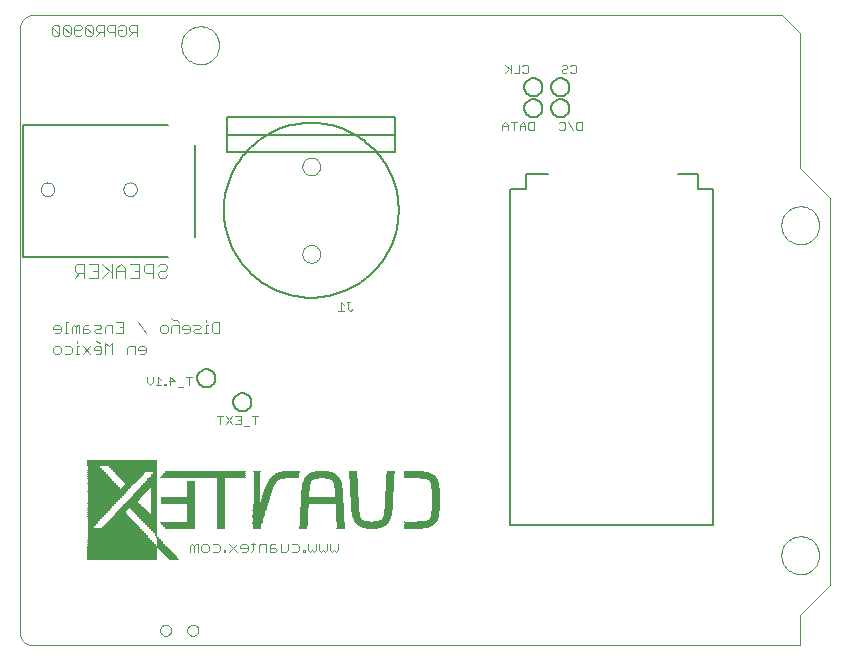
<source format=gbo>
G75*
%MOIN*%
%OFA0B0*%
%FSLAX24Y24*%
%IPPOS*%
%LPD*%
%AMOC8*
5,1,8,0,0,1.08239X$1,22.5*
%
%ADD10C,0.0030*%
%ADD11C,0.0000*%
%ADD12C,0.0050*%
%ADD13R,0.5591X0.0079*%
%ADD14C,0.0080*%
%ADD15C,0.0040*%
%ADD16R,0.0007X0.0007*%
%ADD17R,0.0324X0.0007*%
%ADD18R,0.2302X0.0007*%
%ADD19R,0.0317X0.0007*%
%ADD20R,0.2626X0.0007*%
%ADD21R,0.2619X0.0007*%
%ADD22R,0.0311X0.0007*%
%ADD23R,0.2295X0.0007*%
%ADD24R,0.0304X0.0007*%
%ADD25R,0.2289X0.0007*%
%ADD26R,0.0298X0.0007*%
%ADD27R,0.2282X0.0007*%
%ADD28R,0.0291X0.0007*%
%ADD29R,0.2275X0.0007*%
%ADD30R,0.0284X0.0007*%
%ADD31R,0.2269X0.0007*%
%ADD32R,0.0278X0.0007*%
%ADD33R,0.2262X0.0007*%
%ADD34R,0.0271X0.0007*%
%ADD35R,0.2255X0.0007*%
%ADD36R,0.0265X0.0007*%
%ADD37R,0.2249X0.0007*%
%ADD38R,0.0258X0.0007*%
%ADD39R,0.2242X0.0007*%
%ADD40R,0.0251X0.0007*%
%ADD41R,0.2236X0.0007*%
%ADD42R,0.0245X0.0007*%
%ADD43R,0.2229X0.0007*%
%ADD44R,0.2222X0.0007*%
%ADD45R,0.0231X0.0007*%
%ADD46R,0.2216X0.0007*%
%ADD47R,0.2209X0.0007*%
%ADD48R,0.0225X0.0007*%
%ADD49R,0.2203X0.0007*%
%ADD50R,0.0218X0.0007*%
%ADD51R,0.0212X0.0007*%
%ADD52R,0.2196X0.0007*%
%ADD53R,0.0205X0.0007*%
%ADD54R,0.2189X0.0007*%
%ADD55R,0.0198X0.0007*%
%ADD56R,0.2183X0.0007*%
%ADD57R,0.0192X0.0007*%
%ADD58R,0.2176X0.0007*%
%ADD59R,0.0185X0.0007*%
%ADD60R,0.2169X0.0007*%
%ADD61R,0.0179X0.0007*%
%ADD62R,0.2163X0.0007*%
%ADD63R,0.0172X0.0007*%
%ADD64R,0.2156X0.0007*%
%ADD65R,0.0165X0.0007*%
%ADD66R,0.2150X0.0007*%
%ADD67R,0.0159X0.0007*%
%ADD68R,0.2143X0.0007*%
%ADD69R,0.0152X0.0007*%
%ADD70R,0.2136X0.0007*%
%ADD71R,0.0146X0.0007*%
%ADD72R,0.2130X0.0007*%
%ADD73R,0.2123X0.0007*%
%ADD74R,0.0139X0.0007*%
%ADD75R,0.2117X0.0007*%
%ADD76R,0.0132X0.0007*%
%ADD77R,0.2110X0.0007*%
%ADD78R,0.0126X0.0007*%
%ADD79R,0.2103X0.0007*%
%ADD80R,0.0119X0.0007*%
%ADD81R,0.0112X0.0007*%
%ADD82R,0.2097X0.0007*%
%ADD83R,0.0106X0.0007*%
%ADD84R,0.2090X0.0007*%
%ADD85R,0.0099X0.0007*%
%ADD86R,0.2083X0.0007*%
%ADD87R,0.0093X0.0007*%
%ADD88R,0.2077X0.0007*%
%ADD89R,0.0086X0.0007*%
%ADD90R,0.2070X0.0007*%
%ADD91R,0.0079X0.0007*%
%ADD92R,0.2064X0.0007*%
%ADD93R,0.0073X0.0007*%
%ADD94R,0.2057X0.0007*%
%ADD95R,0.0066X0.0007*%
%ADD96R,0.2050X0.0007*%
%ADD97R,0.0060X0.0007*%
%ADD98R,0.2044X0.0007*%
%ADD99R,0.0053X0.0007*%
%ADD100R,0.2037X0.0007*%
%ADD101R,0.0046X0.0007*%
%ADD102R,0.2031X0.0007*%
%ADD103R,0.0040X0.0007*%
%ADD104R,0.2024X0.0007*%
%ADD105R,0.2017X0.0007*%
%ADD106R,0.0033X0.0007*%
%ADD107R,0.2011X0.0007*%
%ADD108R,0.0020X0.0007*%
%ADD109R,0.2004X0.0007*%
%ADD110R,0.0013X0.0007*%
%ADD111R,0.1997X0.0007*%
%ADD112R,0.1991X0.0007*%
%ADD113R,0.1984X0.0007*%
%ADD114R,0.1978X0.0007*%
%ADD115R,0.1971X0.0007*%
%ADD116R,0.1964X0.0007*%
%ADD117R,0.0026X0.0007*%
%ADD118R,0.1958X0.0007*%
%ADD119R,0.1951X0.0007*%
%ADD120R,0.1945X0.0007*%
%ADD121R,0.1938X0.0007*%
%ADD122R,0.1931X0.0007*%
%ADD123R,0.1925X0.0007*%
%ADD124R,0.1918X0.0007*%
%ADD125R,0.1911X0.0007*%
%ADD126R,0.1905X0.0007*%
%ADD127R,0.1898X0.0007*%
%ADD128R,0.1892X0.0007*%
%ADD129R,0.1885X0.0007*%
%ADD130R,0.1878X0.0007*%
%ADD131R,0.1872X0.0007*%
%ADD132R,0.1865X0.0007*%
%ADD133R,0.1859X0.0007*%
%ADD134R,0.1852X0.0007*%
%ADD135R,0.1845X0.0007*%
%ADD136R,0.1839X0.0007*%
%ADD137R,0.1832X0.0007*%
%ADD138R,0.1826X0.0007*%
%ADD139R,0.1819X0.0007*%
%ADD140R,0.1812X0.0007*%
%ADD141R,0.1806X0.0007*%
%ADD142R,0.1792X0.0007*%
%ADD143R,0.1786X0.0007*%
%ADD144R,0.1779X0.0007*%
%ADD145R,0.1773X0.0007*%
%ADD146R,0.1766X0.0007*%
%ADD147R,0.1759X0.0007*%
%ADD148R,0.1753X0.0007*%
%ADD149R,0.0238X0.0007*%
%ADD150R,0.1746X0.0007*%
%ADD151R,0.1740X0.0007*%
%ADD152R,0.1581X0.0007*%
%ADD153R,0.0556X0.0007*%
%ADD154R,0.0986X0.0007*%
%ADD155R,0.1263X0.0007*%
%ADD156R,0.0628X0.0007*%
%ADD157R,0.0410X0.0007*%
%ADD158R,0.1250X0.0007*%
%ADD159R,0.0688X0.0007*%
%ADD160R,0.0489X0.0007*%
%ADD161R,0.0992X0.0007*%
%ADD162R,0.1237X0.0007*%
%ADD163R,0.0728X0.0007*%
%ADD164R,0.0562X0.0007*%
%ADD165R,0.0999X0.0007*%
%ADD166R,0.1230X0.0007*%
%ADD167R,0.0747X0.0007*%
%ADD168R,0.0595X0.0007*%
%ADD169R,0.1005X0.0007*%
%ADD170R,0.1217X0.0007*%
%ADD171R,0.0787X0.0007*%
%ADD172R,0.0648X0.0007*%
%ADD173R,0.1012X0.0007*%
%ADD174R,0.1204X0.0007*%
%ADD175R,0.0807X0.0007*%
%ADD176R,0.1191X0.0007*%
%ADD177R,0.0827X0.0007*%
%ADD178R,0.0721X0.0007*%
%ADD179R,0.1025X0.0007*%
%ADD180R,0.1184X0.0007*%
%ADD181R,0.0847X0.0007*%
%ADD182R,0.0754X0.0007*%
%ADD183R,0.1171X0.0007*%
%ADD184R,0.0866X0.0007*%
%ADD185R,0.0780X0.0007*%
%ADD186R,0.1032X0.0007*%
%ADD187R,0.1157X0.0007*%
%ADD188R,0.0880X0.0007*%
%ADD189R,0.1038X0.0007*%
%ADD190R,0.1144X0.0007*%
%ADD191R,0.0893X0.0007*%
%ADD192R,0.0833X0.0007*%
%ADD193R,0.1045X0.0007*%
%ADD194R,0.1131X0.0007*%
%ADD195R,0.0906X0.0007*%
%ADD196R,0.0860X0.0007*%
%ADD197R,0.1052X0.0007*%
%ADD198R,0.0331X0.0007*%
%ADD199R,0.1118X0.0007*%
%ADD200R,0.0919X0.0007*%
%ADD201R,0.1058X0.0007*%
%ADD202R,0.0337X0.0007*%
%ADD203R,0.1105X0.0007*%
%ADD204R,0.0933X0.0007*%
%ADD205R,0.0900X0.0007*%
%ADD206R,0.1065X0.0007*%
%ADD207R,0.0344X0.0007*%
%ADD208R,0.1091X0.0007*%
%ADD209R,0.0946X0.0007*%
%ADD210R,0.0926X0.0007*%
%ADD211R,0.0351X0.0007*%
%ADD212R,0.1078X0.0007*%
%ADD213R,0.0952X0.0007*%
%ADD214R,0.0939X0.0007*%
%ADD215R,0.1071X0.0007*%
%ADD216R,0.0357X0.0007*%
%ADD217R,0.0966X0.0007*%
%ADD218R,0.0959X0.0007*%
%ADD219R,0.0364X0.0007*%
%ADD220R,0.0972X0.0007*%
%ADD221R,0.0979X0.0007*%
%ADD222R,0.1085X0.0007*%
%ADD223R,0.0370X0.0007*%
%ADD224R,0.1098X0.0007*%
%ADD225R,0.0377X0.0007*%
%ADD226R,0.1019X0.0007*%
%ADD227R,0.0384X0.0007*%
%ADD228R,0.1111X0.0007*%
%ADD229R,0.0390X0.0007*%
%ADD230R,0.0397X0.0007*%
%ADD231R,0.0403X0.0007*%
%ADD232R,0.1124X0.0007*%
%ADD233R,0.0417X0.0007*%
%ADD234R,0.1138X0.0007*%
%ADD235R,0.0423X0.0007*%
%ADD236R,0.0430X0.0007*%
%ADD237R,0.0437X0.0007*%
%ADD238R,0.1151X0.0007*%
%ADD239R,0.0443X0.0007*%
%ADD240R,0.0450X0.0007*%
%ADD241R,0.0642X0.0007*%
%ADD242R,0.0516X0.0007*%
%ADD243R,0.0509X0.0007*%
%ADD244R,0.0456X0.0007*%
%ADD245R,0.0503X0.0007*%
%ADD246R,0.0463X0.0007*%
%ADD247R,0.0853X0.0007*%
%ADD248R,0.0470X0.0007*%
%ADD249R,0.0840X0.0007*%
%ADD250R,0.0476X0.0007*%
%ADD251R,0.0820X0.0007*%
%ADD252R,0.0483X0.0007*%
%ADD253R,0.0794X0.0007*%
%ADD254R,0.0496X0.0007*%
%ADD255R,0.0774X0.0007*%
%ADD256R,0.0761X0.0007*%
%ADD257R,0.0523X0.0007*%
%ADD258R,0.0734X0.0007*%
%ADD259R,0.0529X0.0007*%
%ADD260R,0.0536X0.0007*%
%ADD261R,0.0708X0.0007*%
%ADD262R,0.0542X0.0007*%
%ADD263R,0.0694X0.0007*%
%ADD264R,0.0549X0.0007*%
%ADD265R,0.0681X0.0007*%
%ADD266R,0.0668X0.0007*%
%ADD267R,0.0655X0.0007*%
%ADD268R,0.0569X0.0007*%
%ADD269R,0.0575X0.0007*%
%ADD270R,0.0582X0.0007*%
%ADD271R,0.0622X0.0007*%
%ADD272R,0.0609X0.0007*%
%ADD273R,0.0589X0.0007*%
%ADD274R,0.0602X0.0007*%
%ADD275R,0.0615X0.0007*%
%ADD276R,0.0635X0.0007*%
%ADD277R,0.0661X0.0007*%
%ADD278R,0.0675X0.0007*%
%ADD279R,0.0701X0.0007*%
%ADD280R,0.0714X0.0007*%
%ADD281R,0.0767X0.0007*%
%ADD282R,0.0800X0.0007*%
%ADD283R,0.0814X0.0007*%
%ADD284R,0.0873X0.0007*%
%ADD285R,0.0886X0.0007*%
%ADD286R,0.1415X0.0007*%
%ADD287R,0.0913X0.0007*%
%ADD288R,0.1402X0.0007*%
%ADD289R,0.1396X0.0007*%
%ADD290R,0.1389X0.0007*%
%ADD291R,0.1177X0.0007*%
%ADD292R,0.1197X0.0007*%
%ADD293R,0.1210X0.0007*%
%ADD294R,0.1224X0.0007*%
%ADD295R,0.1243X0.0007*%
%ADD296R,0.1257X0.0007*%
%ADD297R,0.1270X0.0007*%
%ADD298R,0.1277X0.0007*%
%ADD299R,0.1283X0.0007*%
%ADD300R,0.1290X0.0007*%
%ADD301R,0.1296X0.0007*%
%ADD302R,0.1303X0.0007*%
%ADD303R,0.1310X0.0007*%
%ADD304R,0.1316X0.0007*%
%ADD305R,0.1323X0.0007*%
%ADD306R,0.1329X0.0007*%
%ADD307R,0.1336X0.0007*%
%ADD308R,0.1343X0.0007*%
%ADD309R,0.1349X0.0007*%
%ADD310R,0.1356X0.0007*%
%ADD311R,0.1363X0.0007*%
%ADD312R,0.0741X0.0007*%
%ADD313R,0.2851X0.0007*%
%ADD314R,0.2844X0.0007*%
%ADD315R,0.2837X0.0007*%
%ADD316R,0.2831X0.0007*%
%ADD317R,0.2824X0.0007*%
%ADD318R,0.2818X0.0007*%
%ADD319R,0.2811X0.0007*%
%ADD320R,0.2804X0.0007*%
%ADD321R,0.2798X0.0007*%
%ADD322R,0.2791X0.0007*%
%ADD323R,0.2785X0.0007*%
%ADD324R,0.2778X0.0007*%
%ADD325R,0.2771X0.0007*%
%ADD326R,0.2765X0.0007*%
%ADD327R,0.2758X0.0007*%
%ADD328R,0.2751X0.0007*%
%ADD329R,0.2745X0.0007*%
%ADD330R,0.2738X0.0007*%
%ADD331R,0.2732X0.0007*%
%ADD332R,0.2725X0.0007*%
%ADD333R,0.2718X0.0007*%
%ADD334R,0.2712X0.0007*%
%ADD335R,0.2699X0.0007*%
%ADD336R,0.2692X0.0007*%
%ADD337R,0.2685X0.0007*%
%ADD338R,0.2679X0.0007*%
%ADD339R,0.2672X0.0007*%
%ADD340R,0.2666X0.0007*%
%ADD341R,0.2652X0.0007*%
%ADD342R,0.1455X0.0007*%
%ADD343R,0.1462X0.0007*%
%ADD344R,0.1468X0.0007*%
%ADD345R,0.1475X0.0007*%
%ADD346R,0.1482X0.0007*%
%ADD347R,0.1488X0.0007*%
%ADD348R,0.1495X0.0007*%
%ADD349R,0.1501X0.0007*%
%ADD350R,0.1508X0.0007*%
%ADD351R,0.1515X0.0007*%
%ADD352R,0.1521X0.0007*%
%ADD353R,0.1528X0.0007*%
%ADD354R,0.1534X0.0007*%
%ADD355R,0.1541X0.0007*%
%ADD356R,0.1548X0.0007*%
%ADD357R,0.1554X0.0007*%
%ADD358R,0.1561X0.0007*%
%ADD359R,0.1568X0.0007*%
%ADD360R,0.1574X0.0007*%
%ADD361R,0.1587X0.0007*%
%ADD362R,0.1594X0.0007*%
%ADD363R,0.1601X0.0007*%
%ADD364R,0.1607X0.0007*%
%ADD365R,0.1614X0.0007*%
%ADD366R,0.1620X0.0007*%
%ADD367R,0.1627X0.0007*%
D10*
X006274Y005955D02*
X006274Y006140D01*
X006335Y006202D01*
X006397Y006140D01*
X006397Y005955D01*
X006521Y005955D02*
X006521Y006202D01*
X006459Y006202D01*
X006397Y006140D01*
X006642Y006140D02*
X006642Y006017D01*
X006704Y005955D01*
X006827Y005955D01*
X006889Y006017D01*
X006889Y006140D01*
X006827Y006202D01*
X006704Y006202D01*
X006642Y006140D01*
X007010Y006202D02*
X007196Y006202D01*
X007257Y006140D01*
X007257Y006017D01*
X007196Y005955D01*
X007010Y005955D01*
X007380Y005955D02*
X007441Y005955D01*
X007441Y006017D01*
X007380Y006017D01*
X007380Y005955D01*
X007563Y005955D02*
X007810Y006202D01*
X007931Y006140D02*
X007931Y006078D01*
X008178Y006078D01*
X008178Y006017D02*
X008178Y006140D01*
X008116Y006202D01*
X007993Y006202D01*
X007931Y006140D01*
X007993Y005955D02*
X008116Y005955D01*
X008178Y006017D01*
X008300Y005955D02*
X008362Y006017D01*
X008362Y006264D01*
X008424Y006202D02*
X008300Y006202D01*
X008545Y006140D02*
X008545Y005955D01*
X008545Y006140D02*
X008607Y006202D01*
X008792Y006202D01*
X008792Y005955D01*
X008913Y005955D02*
X009098Y005955D01*
X009160Y006017D01*
X009098Y006078D01*
X008913Y006078D01*
X008913Y006140D02*
X008913Y005955D01*
X008913Y006140D02*
X008975Y006202D01*
X009098Y006202D01*
X009282Y006202D02*
X009282Y005955D01*
X009467Y005955D01*
X009529Y006017D01*
X009529Y006202D01*
X009650Y006202D02*
X009835Y006202D01*
X009897Y006140D01*
X009897Y006017D01*
X009835Y005955D01*
X009650Y005955D01*
X010019Y005955D02*
X010081Y005955D01*
X010081Y006017D01*
X010019Y006017D01*
X010019Y005955D01*
X010202Y006017D02*
X010202Y006202D01*
X010202Y006017D02*
X010264Y005955D01*
X010326Y006017D01*
X010388Y005955D01*
X010449Y006017D01*
X010449Y006202D01*
X010571Y006202D02*
X010571Y006017D01*
X010632Y005955D01*
X010694Y006017D01*
X010756Y005955D01*
X010818Y006017D01*
X010818Y006202D01*
X010939Y006202D02*
X010939Y006017D01*
X011001Y005955D01*
X011063Y006017D01*
X011124Y005955D01*
X011186Y006017D01*
X011186Y006202D01*
X007810Y005955D02*
X007563Y006202D01*
X008048Y010157D02*
X008241Y010157D01*
X008439Y010205D02*
X008439Y010495D01*
X008536Y010495D02*
X008342Y010495D01*
X007947Y010495D02*
X007947Y010205D01*
X007753Y010205D01*
X007652Y010205D02*
X007458Y010495D01*
X007357Y010495D02*
X007164Y010495D01*
X007261Y010495D02*
X007261Y010205D01*
X007458Y010205D02*
X007652Y010495D01*
X007753Y010495D02*
X007947Y010495D01*
X007947Y010350D02*
X007850Y010350D01*
X006239Y011505D02*
X006239Y011795D01*
X006336Y011795D02*
X006142Y011795D01*
X006041Y011457D02*
X005848Y011457D01*
X005747Y011650D02*
X005553Y011650D01*
X005452Y011553D02*
X005404Y011553D01*
X005404Y011505D01*
X005452Y011505D01*
X005452Y011553D01*
X005305Y011505D02*
X005111Y011505D01*
X005208Y011505D02*
X005208Y011795D01*
X005305Y011698D01*
X005602Y011795D02*
X005602Y011505D01*
X005747Y011650D02*
X005602Y011795D01*
X005010Y011795D02*
X005010Y011602D01*
X004913Y011505D01*
X004817Y011602D01*
X004817Y011795D01*
X004716Y012555D02*
X004778Y012617D01*
X004778Y012740D01*
X004716Y012802D01*
X004593Y012802D01*
X004531Y012740D01*
X004531Y012678D01*
X004778Y012678D01*
X004716Y012555D02*
X004593Y012555D01*
X004410Y012555D02*
X004410Y012802D01*
X004225Y012802D01*
X004163Y012740D01*
X004163Y012555D01*
X003673Y012555D02*
X003673Y012925D01*
X003550Y012802D01*
X003426Y012925D01*
X003426Y012555D01*
X003305Y012617D02*
X003305Y012740D01*
X003243Y012802D01*
X003120Y012802D01*
X003058Y012740D01*
X003058Y012678D01*
X003305Y012678D01*
X003305Y012617D02*
X003243Y012555D01*
X003120Y012555D01*
X002936Y012555D02*
X002690Y012802D01*
X002568Y012802D02*
X002506Y012802D01*
X002506Y012555D01*
X002445Y012555D02*
X002568Y012555D01*
X002690Y012555D02*
X002936Y012802D01*
X003120Y012987D02*
X003243Y012925D01*
X003305Y013255D02*
X003120Y013255D01*
X003058Y013317D01*
X003120Y013378D01*
X003243Y013378D01*
X003305Y013440D01*
X003243Y013502D01*
X003058Y013502D01*
X002875Y013502D02*
X002751Y013502D01*
X002690Y013440D01*
X002690Y013255D01*
X002875Y013255D01*
X002936Y013317D01*
X002875Y013378D01*
X002690Y013378D01*
X002568Y013255D02*
X002568Y013502D01*
X002506Y013502D01*
X002445Y013440D01*
X002383Y013502D01*
X002321Y013440D01*
X002321Y013255D01*
X002200Y013255D02*
X002076Y013255D01*
X002138Y013255D02*
X002138Y013625D01*
X002200Y013625D01*
X002445Y013440D02*
X002445Y013255D01*
X002506Y012987D02*
X002506Y012925D01*
X002323Y012740D02*
X002323Y012617D01*
X002261Y012555D01*
X002076Y012555D01*
X001954Y012617D02*
X001893Y012555D01*
X001769Y012555D01*
X001707Y012617D01*
X001707Y012740D01*
X001769Y012802D01*
X001893Y012802D01*
X001954Y012740D01*
X001954Y012617D01*
X002076Y012802D02*
X002261Y012802D01*
X002323Y012740D01*
X001893Y013255D02*
X001954Y013317D01*
X001954Y013440D01*
X001893Y013502D01*
X001769Y013502D01*
X001707Y013440D01*
X001707Y013378D01*
X001954Y013378D01*
X001893Y013255D02*
X001769Y013255D01*
X003426Y013255D02*
X003426Y013440D01*
X003488Y013502D01*
X003673Y013502D01*
X003673Y013255D01*
X003794Y013255D02*
X004041Y013255D01*
X004041Y013625D01*
X003794Y013625D01*
X003918Y013440D02*
X004041Y013440D01*
X004531Y013625D02*
X004778Y013255D01*
X005268Y013317D02*
X005268Y013440D01*
X005329Y013502D01*
X005453Y013502D01*
X005515Y013440D01*
X005515Y013317D01*
X005453Y013255D01*
X005329Y013255D01*
X005268Y013317D01*
X005636Y013255D02*
X005636Y013440D01*
X005698Y013502D01*
X005883Y013502D01*
X005883Y013255D01*
X006004Y013378D02*
X006251Y013378D01*
X006251Y013317D02*
X006251Y013440D01*
X006190Y013502D01*
X006066Y013502D01*
X006004Y013440D01*
X006004Y013378D01*
X006066Y013255D02*
X006190Y013255D01*
X006251Y013317D01*
X006373Y013317D02*
X006434Y013378D01*
X006558Y013378D01*
X006620Y013440D01*
X006558Y013502D01*
X006373Y013502D01*
X006373Y013317D02*
X006434Y013255D01*
X006620Y013255D01*
X006742Y013255D02*
X006865Y013255D01*
X006803Y013255D02*
X006803Y013502D01*
X006865Y013502D01*
X006987Y013564D02*
X006987Y013317D01*
X007048Y013255D01*
X007233Y013255D01*
X007233Y013625D01*
X007048Y013625D01*
X006987Y013564D01*
X006803Y013625D02*
X006803Y013687D01*
X005883Y013625D02*
X005821Y013687D01*
X005698Y013687D01*
X005636Y013749D01*
X011187Y013985D02*
X011381Y013985D01*
X011284Y013985D02*
X011284Y014275D01*
X011381Y014178D01*
X011482Y014275D02*
X011578Y014275D01*
X011530Y014275D02*
X011530Y014033D01*
X011578Y013985D01*
X011627Y013985D01*
X011675Y014033D01*
X016658Y020005D02*
X016658Y020198D01*
X016755Y020295D01*
X016852Y020198D01*
X016852Y020005D01*
X016852Y020150D02*
X016658Y020150D01*
X016953Y020295D02*
X017147Y020295D01*
X017050Y020295D02*
X017050Y020005D01*
X017248Y020005D02*
X017248Y020198D01*
X017345Y020295D01*
X017441Y020198D01*
X017441Y020005D01*
X017542Y020053D02*
X017542Y020247D01*
X017591Y020295D01*
X017736Y020295D01*
X017736Y020005D01*
X017591Y020005D01*
X017542Y020053D01*
X017441Y020150D02*
X017248Y020150D01*
X018553Y020053D02*
X018602Y020005D01*
X018698Y020005D01*
X018747Y020053D01*
X018747Y020247D01*
X018698Y020295D01*
X018602Y020295D01*
X018553Y020247D01*
X018848Y020295D02*
X019041Y020005D01*
X019142Y020053D02*
X019142Y020247D01*
X019191Y020295D01*
X019336Y020295D01*
X019336Y020005D01*
X019191Y020005D01*
X019142Y020053D01*
X019088Y021905D02*
X018991Y021905D01*
X018942Y021953D01*
X018841Y021953D02*
X018793Y021905D01*
X018696Y021905D01*
X018648Y021953D01*
X018648Y022002D01*
X018696Y022050D01*
X018793Y022050D01*
X018841Y022098D01*
X018841Y022147D01*
X018793Y022195D01*
X018696Y022195D01*
X018648Y022147D01*
X018942Y022147D02*
X018991Y022195D01*
X019088Y022195D01*
X019136Y022147D01*
X019136Y021953D01*
X019088Y021905D01*
X017536Y021953D02*
X017488Y021905D01*
X017391Y021905D01*
X017342Y021953D01*
X017241Y021905D02*
X017241Y022195D01*
X017342Y022147D02*
X017391Y022195D01*
X017488Y022195D01*
X017536Y022147D01*
X017536Y021953D01*
X017241Y021905D02*
X017048Y021905D01*
X016947Y021905D02*
X016947Y022195D01*
X016898Y022050D02*
X016753Y021905D01*
X016947Y022002D02*
X016753Y022195D01*
X004486Y023155D02*
X004486Y023525D01*
X004301Y023525D01*
X004239Y023464D01*
X004239Y023340D01*
X004301Y023278D01*
X004486Y023278D01*
X004363Y023278D02*
X004239Y023155D01*
X004118Y023217D02*
X004118Y023464D01*
X004056Y023525D01*
X003932Y023525D01*
X003871Y023464D01*
X003871Y023340D02*
X003994Y023340D01*
X003871Y023340D02*
X003871Y023217D01*
X003932Y023155D01*
X004056Y023155D01*
X004118Y023217D01*
X003749Y023278D02*
X003564Y023278D01*
X003502Y023340D01*
X003502Y023464D01*
X003564Y023525D01*
X003749Y023525D01*
X003749Y023155D01*
X003381Y023155D02*
X003381Y023525D01*
X003196Y023525D01*
X003134Y023464D01*
X003134Y023340D01*
X003196Y023278D01*
X003381Y023278D01*
X003258Y023278D02*
X003134Y023155D01*
X003013Y023217D02*
X003013Y023464D01*
X002951Y023525D01*
X002828Y023525D01*
X002766Y023464D01*
X003013Y023217D01*
X002951Y023155D01*
X002828Y023155D01*
X002766Y023217D01*
X002766Y023464D01*
X002644Y023464D02*
X002644Y023402D01*
X002583Y023340D01*
X002397Y023340D01*
X002397Y023217D02*
X002397Y023464D01*
X002459Y023525D01*
X002583Y023525D01*
X002644Y023464D01*
X002644Y023217D02*
X002583Y023155D01*
X002459Y023155D01*
X002397Y023217D01*
X002276Y023217D02*
X002029Y023464D01*
X002029Y023217D01*
X002091Y023155D01*
X002214Y023155D01*
X002276Y023217D01*
X002276Y023464D01*
X002214Y023525D01*
X002091Y023525D01*
X002029Y023464D01*
X001908Y023464D02*
X001908Y023217D01*
X001661Y023464D01*
X001661Y023217D01*
X001723Y023155D01*
X001846Y023155D01*
X001908Y023217D01*
X001908Y023464D02*
X001846Y023525D01*
X001723Y023525D01*
X001661Y023464D01*
D11*
X001001Y002840D02*
X026601Y002840D01*
X026601Y003840D01*
X027601Y004840D01*
X027601Y017740D01*
X026601Y018740D01*
X026601Y023240D01*
X026001Y023840D01*
X001001Y023840D01*
X000962Y023838D01*
X000923Y023832D01*
X000885Y023823D01*
X000848Y023810D01*
X000812Y023793D01*
X000779Y023773D01*
X000747Y023749D01*
X000718Y023723D01*
X000692Y023694D01*
X000668Y023662D01*
X000648Y023629D01*
X000631Y023593D01*
X000618Y023556D01*
X000609Y023518D01*
X000603Y023479D01*
X000601Y023440D01*
X000601Y003240D01*
X000603Y003201D01*
X000609Y003162D01*
X000618Y003124D01*
X000631Y003087D01*
X000648Y003051D01*
X000668Y003018D01*
X000692Y002986D01*
X000718Y002957D01*
X000747Y002931D01*
X000779Y002907D01*
X000812Y002887D01*
X000848Y002870D01*
X000885Y002857D01*
X000923Y002848D01*
X000962Y002842D01*
X001001Y002840D01*
X005261Y003340D02*
X005263Y003367D01*
X005269Y003393D01*
X005278Y003418D01*
X005291Y003441D01*
X005307Y003462D01*
X005326Y003481D01*
X005347Y003497D01*
X005370Y003510D01*
X005395Y003519D01*
X005421Y003525D01*
X005448Y003527D01*
X005475Y003525D01*
X005501Y003519D01*
X005526Y003510D01*
X005549Y003497D01*
X005570Y003481D01*
X005589Y003462D01*
X005605Y003441D01*
X005618Y003418D01*
X005627Y003393D01*
X005633Y003367D01*
X005635Y003340D01*
X005633Y003313D01*
X005627Y003287D01*
X005618Y003262D01*
X005605Y003239D01*
X005589Y003218D01*
X005570Y003199D01*
X005549Y003183D01*
X005526Y003170D01*
X005501Y003161D01*
X005475Y003155D01*
X005448Y003153D01*
X005421Y003155D01*
X005395Y003161D01*
X005370Y003170D01*
X005347Y003183D01*
X005326Y003199D01*
X005307Y003218D01*
X005291Y003239D01*
X005278Y003262D01*
X005269Y003287D01*
X005263Y003313D01*
X005261Y003340D01*
X006167Y003340D02*
X006169Y003367D01*
X006175Y003393D01*
X006184Y003418D01*
X006197Y003441D01*
X006213Y003462D01*
X006232Y003481D01*
X006253Y003497D01*
X006276Y003510D01*
X006301Y003519D01*
X006327Y003525D01*
X006354Y003527D01*
X006381Y003525D01*
X006407Y003519D01*
X006432Y003510D01*
X006455Y003497D01*
X006476Y003481D01*
X006495Y003462D01*
X006511Y003441D01*
X006524Y003418D01*
X006533Y003393D01*
X006539Y003367D01*
X006541Y003340D01*
X006539Y003313D01*
X006533Y003287D01*
X006524Y003262D01*
X006511Y003239D01*
X006495Y003218D01*
X006476Y003199D01*
X006455Y003183D01*
X006432Y003170D01*
X006407Y003161D01*
X006381Y003155D01*
X006354Y003153D01*
X006327Y003155D01*
X006301Y003161D01*
X006276Y003170D01*
X006253Y003183D01*
X006232Y003199D01*
X006213Y003218D01*
X006197Y003239D01*
X006184Y003262D01*
X006175Y003287D01*
X006169Y003313D01*
X006167Y003340D01*
X010006Y015883D02*
X010008Y015917D01*
X010014Y015951D01*
X010024Y015984D01*
X010037Y016015D01*
X010055Y016045D01*
X010075Y016073D01*
X010099Y016098D01*
X010125Y016120D01*
X010153Y016138D01*
X010184Y016154D01*
X010216Y016166D01*
X010250Y016174D01*
X010284Y016178D01*
X010318Y016178D01*
X010352Y016174D01*
X010386Y016166D01*
X010418Y016154D01*
X010448Y016138D01*
X010477Y016120D01*
X010503Y016098D01*
X010527Y016073D01*
X010547Y016045D01*
X010565Y016015D01*
X010578Y015984D01*
X010588Y015951D01*
X010594Y015917D01*
X010596Y015883D01*
X010594Y015849D01*
X010588Y015815D01*
X010578Y015782D01*
X010565Y015751D01*
X010547Y015721D01*
X010527Y015693D01*
X010503Y015668D01*
X010477Y015646D01*
X010449Y015628D01*
X010418Y015612D01*
X010386Y015600D01*
X010352Y015592D01*
X010318Y015588D01*
X010284Y015588D01*
X010250Y015592D01*
X010216Y015600D01*
X010184Y015612D01*
X010153Y015628D01*
X010125Y015646D01*
X010099Y015668D01*
X010075Y015693D01*
X010055Y015721D01*
X010037Y015751D01*
X010024Y015782D01*
X010014Y015815D01*
X010008Y015849D01*
X010006Y015883D01*
X010006Y018797D02*
X010008Y018831D01*
X010014Y018865D01*
X010024Y018898D01*
X010037Y018929D01*
X010055Y018959D01*
X010075Y018987D01*
X010099Y019012D01*
X010125Y019034D01*
X010153Y019052D01*
X010184Y019068D01*
X010216Y019080D01*
X010250Y019088D01*
X010284Y019092D01*
X010318Y019092D01*
X010352Y019088D01*
X010386Y019080D01*
X010418Y019068D01*
X010448Y019052D01*
X010477Y019034D01*
X010503Y019012D01*
X010527Y018987D01*
X010547Y018959D01*
X010565Y018929D01*
X010578Y018898D01*
X010588Y018865D01*
X010594Y018831D01*
X010596Y018797D01*
X010594Y018763D01*
X010588Y018729D01*
X010578Y018696D01*
X010565Y018665D01*
X010547Y018635D01*
X010527Y018607D01*
X010503Y018582D01*
X010477Y018560D01*
X010449Y018542D01*
X010418Y018526D01*
X010386Y018514D01*
X010352Y018506D01*
X010318Y018502D01*
X010284Y018502D01*
X010250Y018506D01*
X010216Y018514D01*
X010184Y018526D01*
X010153Y018542D01*
X010125Y018560D01*
X010099Y018582D01*
X010075Y018607D01*
X010055Y018635D01*
X010037Y018665D01*
X010024Y018696D01*
X010014Y018729D01*
X010008Y018763D01*
X010006Y018797D01*
X005971Y022840D02*
X005973Y022890D01*
X005979Y022940D01*
X005989Y022989D01*
X006003Y023037D01*
X006020Y023084D01*
X006041Y023129D01*
X006066Y023173D01*
X006094Y023214D01*
X006126Y023253D01*
X006160Y023290D01*
X006197Y023324D01*
X006237Y023354D01*
X006279Y023381D01*
X006323Y023405D01*
X006369Y023426D01*
X006416Y023442D01*
X006464Y023455D01*
X006514Y023464D01*
X006563Y023469D01*
X006614Y023470D01*
X006664Y023467D01*
X006713Y023460D01*
X006762Y023449D01*
X006810Y023434D01*
X006856Y023416D01*
X006901Y023394D01*
X006944Y023368D01*
X006985Y023339D01*
X007024Y023307D01*
X007060Y023272D01*
X007092Y023234D01*
X007122Y023194D01*
X007149Y023151D01*
X007172Y023107D01*
X007191Y023061D01*
X007207Y023013D01*
X007219Y022964D01*
X007227Y022915D01*
X007231Y022865D01*
X007231Y022815D01*
X007227Y022765D01*
X007219Y022716D01*
X007207Y022667D01*
X007191Y022619D01*
X007172Y022573D01*
X007149Y022529D01*
X007122Y022486D01*
X007092Y022446D01*
X007060Y022408D01*
X007024Y022373D01*
X006985Y022341D01*
X006944Y022312D01*
X006901Y022286D01*
X006856Y022264D01*
X006810Y022246D01*
X006762Y022231D01*
X006713Y022220D01*
X006664Y022213D01*
X006614Y022210D01*
X006563Y022211D01*
X006514Y022216D01*
X006464Y022225D01*
X006416Y022238D01*
X006369Y022254D01*
X006323Y022275D01*
X006279Y022299D01*
X006237Y022326D01*
X006197Y022356D01*
X006160Y022390D01*
X006126Y022427D01*
X006094Y022466D01*
X006066Y022507D01*
X006041Y022551D01*
X006020Y022596D01*
X006003Y022643D01*
X005989Y022691D01*
X005979Y022740D01*
X005973Y022790D01*
X005971Y022840D01*
X004036Y018040D02*
X004038Y018069D01*
X004044Y018098D01*
X004053Y018126D01*
X004066Y018153D01*
X004083Y018178D01*
X004102Y018200D01*
X004124Y018219D01*
X004149Y018236D01*
X004176Y018249D01*
X004204Y018258D01*
X004233Y018264D01*
X004262Y018266D01*
X004291Y018264D01*
X004320Y018258D01*
X004348Y018249D01*
X004375Y018236D01*
X004400Y018219D01*
X004422Y018200D01*
X004441Y018178D01*
X004458Y018153D01*
X004471Y018126D01*
X004480Y018098D01*
X004486Y018069D01*
X004488Y018040D01*
X004486Y018011D01*
X004480Y017982D01*
X004471Y017954D01*
X004458Y017927D01*
X004441Y017902D01*
X004422Y017880D01*
X004400Y017861D01*
X004375Y017844D01*
X004348Y017831D01*
X004320Y017822D01*
X004291Y017816D01*
X004262Y017814D01*
X004233Y017816D01*
X004204Y017822D01*
X004176Y017831D01*
X004149Y017844D01*
X004124Y017861D01*
X004102Y017880D01*
X004083Y017902D01*
X004066Y017927D01*
X004053Y017954D01*
X004044Y017982D01*
X004038Y018011D01*
X004036Y018040D01*
X001280Y018040D02*
X001282Y018069D01*
X001288Y018098D01*
X001297Y018126D01*
X001310Y018153D01*
X001327Y018178D01*
X001346Y018200D01*
X001368Y018219D01*
X001393Y018236D01*
X001420Y018249D01*
X001448Y018258D01*
X001477Y018264D01*
X001506Y018266D01*
X001535Y018264D01*
X001564Y018258D01*
X001592Y018249D01*
X001619Y018236D01*
X001644Y018219D01*
X001666Y018200D01*
X001685Y018178D01*
X001702Y018153D01*
X001715Y018126D01*
X001724Y018098D01*
X001730Y018069D01*
X001732Y018040D01*
X001730Y018011D01*
X001724Y017982D01*
X001715Y017954D01*
X001702Y017927D01*
X001685Y017902D01*
X001666Y017880D01*
X001644Y017861D01*
X001619Y017844D01*
X001592Y017831D01*
X001564Y017822D01*
X001535Y017816D01*
X001506Y017814D01*
X001477Y017816D01*
X001448Y017822D01*
X001420Y017831D01*
X001393Y017844D01*
X001368Y017861D01*
X001346Y017880D01*
X001327Y017902D01*
X001310Y017927D01*
X001297Y017954D01*
X001288Y017982D01*
X001282Y018011D01*
X001280Y018040D01*
X025971Y016840D02*
X025973Y016890D01*
X025979Y016940D01*
X025989Y016989D01*
X026003Y017037D01*
X026020Y017084D01*
X026041Y017129D01*
X026066Y017173D01*
X026094Y017214D01*
X026126Y017253D01*
X026160Y017290D01*
X026197Y017324D01*
X026237Y017354D01*
X026279Y017381D01*
X026323Y017405D01*
X026369Y017426D01*
X026416Y017442D01*
X026464Y017455D01*
X026514Y017464D01*
X026563Y017469D01*
X026614Y017470D01*
X026664Y017467D01*
X026713Y017460D01*
X026762Y017449D01*
X026810Y017434D01*
X026856Y017416D01*
X026901Y017394D01*
X026944Y017368D01*
X026985Y017339D01*
X027024Y017307D01*
X027060Y017272D01*
X027092Y017234D01*
X027122Y017194D01*
X027149Y017151D01*
X027172Y017107D01*
X027191Y017061D01*
X027207Y017013D01*
X027219Y016964D01*
X027227Y016915D01*
X027231Y016865D01*
X027231Y016815D01*
X027227Y016765D01*
X027219Y016716D01*
X027207Y016667D01*
X027191Y016619D01*
X027172Y016573D01*
X027149Y016529D01*
X027122Y016486D01*
X027092Y016446D01*
X027060Y016408D01*
X027024Y016373D01*
X026985Y016341D01*
X026944Y016312D01*
X026901Y016286D01*
X026856Y016264D01*
X026810Y016246D01*
X026762Y016231D01*
X026713Y016220D01*
X026664Y016213D01*
X026614Y016210D01*
X026563Y016211D01*
X026514Y016216D01*
X026464Y016225D01*
X026416Y016238D01*
X026369Y016254D01*
X026323Y016275D01*
X026279Y016299D01*
X026237Y016326D01*
X026197Y016356D01*
X026160Y016390D01*
X026126Y016427D01*
X026094Y016466D01*
X026066Y016507D01*
X026041Y016551D01*
X026020Y016596D01*
X026003Y016643D01*
X025989Y016691D01*
X025979Y016740D01*
X025973Y016790D01*
X025971Y016840D01*
X025971Y005840D02*
X025973Y005890D01*
X025979Y005940D01*
X025989Y005989D01*
X026003Y006037D01*
X026020Y006084D01*
X026041Y006129D01*
X026066Y006173D01*
X026094Y006214D01*
X026126Y006253D01*
X026160Y006290D01*
X026197Y006324D01*
X026237Y006354D01*
X026279Y006381D01*
X026323Y006405D01*
X026369Y006426D01*
X026416Y006442D01*
X026464Y006455D01*
X026514Y006464D01*
X026563Y006469D01*
X026614Y006470D01*
X026664Y006467D01*
X026713Y006460D01*
X026762Y006449D01*
X026810Y006434D01*
X026856Y006416D01*
X026901Y006394D01*
X026944Y006368D01*
X026985Y006339D01*
X027024Y006307D01*
X027060Y006272D01*
X027092Y006234D01*
X027122Y006194D01*
X027149Y006151D01*
X027172Y006107D01*
X027191Y006061D01*
X027207Y006013D01*
X027219Y005964D01*
X027227Y005915D01*
X027231Y005865D01*
X027231Y005815D01*
X027227Y005765D01*
X027219Y005716D01*
X027207Y005667D01*
X027191Y005619D01*
X027172Y005573D01*
X027149Y005529D01*
X027122Y005486D01*
X027092Y005446D01*
X027060Y005408D01*
X027024Y005373D01*
X026985Y005341D01*
X026944Y005312D01*
X026901Y005286D01*
X026856Y005264D01*
X026810Y005246D01*
X026762Y005231D01*
X026713Y005220D01*
X026664Y005213D01*
X026614Y005210D01*
X026563Y005211D01*
X026514Y005216D01*
X026464Y005225D01*
X026416Y005238D01*
X026369Y005254D01*
X026323Y005275D01*
X026279Y005299D01*
X026237Y005326D01*
X026197Y005356D01*
X026160Y005390D01*
X026126Y005427D01*
X026094Y005466D01*
X026066Y005507D01*
X026041Y005551D01*
X026020Y005596D01*
X026003Y005643D01*
X025989Y005691D01*
X025979Y005740D01*
X025973Y005790D01*
X025971Y005840D01*
D12*
X013096Y019269D02*
X013096Y020450D01*
X007506Y020450D01*
X007506Y019269D01*
X013096Y019269D01*
X007388Y017340D02*
X007390Y017448D01*
X007396Y017555D01*
X007406Y017662D01*
X007420Y017769D01*
X007438Y017875D01*
X007459Y017981D01*
X007485Y018085D01*
X007514Y018189D01*
X007548Y018291D01*
X007585Y018392D01*
X007625Y018492D01*
X007670Y018590D01*
X007718Y018686D01*
X007769Y018781D01*
X007824Y018873D01*
X007883Y018964D01*
X007944Y019052D01*
X008009Y019138D01*
X008077Y019222D01*
X008148Y019302D01*
X008222Y019381D01*
X008299Y019456D01*
X008379Y019529D01*
X008461Y019598D01*
X008546Y019665D01*
X008633Y019728D01*
X008722Y019788D01*
X008814Y019845D01*
X008907Y019898D01*
X009003Y019948D01*
X009100Y019994D01*
X009199Y020036D01*
X009299Y020075D01*
X009401Y020110D01*
X009504Y020142D01*
X009608Y020169D01*
X009713Y020193D01*
X009819Y020213D01*
X009925Y020229D01*
X010032Y020241D01*
X010140Y020249D01*
X010247Y020253D01*
X010355Y020253D01*
X010462Y020249D01*
X010570Y020241D01*
X010677Y020229D01*
X010783Y020213D01*
X010889Y020193D01*
X010994Y020169D01*
X011098Y020142D01*
X011201Y020110D01*
X011303Y020075D01*
X011403Y020036D01*
X011502Y019994D01*
X011599Y019948D01*
X011695Y019898D01*
X011788Y019845D01*
X011880Y019788D01*
X011969Y019728D01*
X012056Y019665D01*
X012141Y019598D01*
X012223Y019529D01*
X012303Y019456D01*
X012380Y019381D01*
X012454Y019302D01*
X012525Y019222D01*
X012593Y019138D01*
X012658Y019052D01*
X012719Y018964D01*
X012778Y018873D01*
X012833Y018781D01*
X012884Y018686D01*
X012932Y018590D01*
X012977Y018492D01*
X013017Y018392D01*
X013054Y018291D01*
X013088Y018189D01*
X013117Y018085D01*
X013143Y017981D01*
X013164Y017875D01*
X013182Y017769D01*
X013196Y017662D01*
X013206Y017555D01*
X013212Y017448D01*
X013214Y017340D01*
X013212Y017232D01*
X013206Y017125D01*
X013196Y017018D01*
X013182Y016911D01*
X013164Y016805D01*
X013143Y016699D01*
X013117Y016595D01*
X013088Y016491D01*
X013054Y016389D01*
X013017Y016288D01*
X012977Y016188D01*
X012932Y016090D01*
X012884Y015994D01*
X012833Y015899D01*
X012778Y015807D01*
X012719Y015716D01*
X012658Y015628D01*
X012593Y015542D01*
X012525Y015458D01*
X012454Y015378D01*
X012380Y015299D01*
X012303Y015224D01*
X012223Y015151D01*
X012141Y015082D01*
X012056Y015015D01*
X011969Y014952D01*
X011880Y014892D01*
X011788Y014835D01*
X011695Y014782D01*
X011599Y014732D01*
X011502Y014686D01*
X011403Y014644D01*
X011303Y014605D01*
X011201Y014570D01*
X011098Y014538D01*
X010994Y014511D01*
X010889Y014487D01*
X010783Y014467D01*
X010677Y014451D01*
X010570Y014439D01*
X010462Y014431D01*
X010355Y014427D01*
X010247Y014427D01*
X010140Y014431D01*
X010032Y014439D01*
X009925Y014451D01*
X009819Y014467D01*
X009713Y014487D01*
X009608Y014511D01*
X009504Y014538D01*
X009401Y014570D01*
X009299Y014605D01*
X009199Y014644D01*
X009100Y014686D01*
X009003Y014732D01*
X008907Y014782D01*
X008814Y014835D01*
X008722Y014892D01*
X008633Y014952D01*
X008546Y015015D01*
X008461Y015082D01*
X008379Y015151D01*
X008299Y015224D01*
X008222Y015299D01*
X008148Y015378D01*
X008077Y015458D01*
X008009Y015542D01*
X007944Y015628D01*
X007883Y015716D01*
X007824Y015807D01*
X007769Y015899D01*
X007718Y015994D01*
X007670Y016090D01*
X007625Y016188D01*
X007585Y016288D01*
X007548Y016389D01*
X007514Y016491D01*
X007485Y016595D01*
X007459Y016699D01*
X007438Y016805D01*
X007420Y016911D01*
X007406Y017018D01*
X007396Y017125D01*
X007390Y017232D01*
X007388Y017340D01*
X006417Y016444D02*
X006417Y019515D01*
X005512Y020184D02*
X000709Y020184D01*
X000709Y015775D01*
X005512Y015775D01*
X006501Y011740D02*
X006503Y011774D01*
X006509Y011808D01*
X006518Y011841D01*
X006532Y011872D01*
X006549Y011902D01*
X006569Y011930D01*
X006592Y011955D01*
X006618Y011978D01*
X006646Y011997D01*
X006676Y012013D01*
X006708Y012025D01*
X006741Y012034D01*
X006775Y012039D01*
X006810Y012040D01*
X006844Y012037D01*
X006877Y012030D01*
X006910Y012020D01*
X006941Y012005D01*
X006970Y011988D01*
X006997Y011967D01*
X007022Y011943D01*
X007044Y011916D01*
X007062Y011888D01*
X007077Y011857D01*
X007089Y011825D01*
X007097Y011791D01*
X007101Y011757D01*
X007101Y011723D01*
X007097Y011689D01*
X007089Y011655D01*
X007077Y011623D01*
X007062Y011592D01*
X007044Y011564D01*
X007022Y011537D01*
X006997Y011513D01*
X006970Y011492D01*
X006941Y011475D01*
X006910Y011460D01*
X006877Y011450D01*
X006844Y011443D01*
X006810Y011440D01*
X006775Y011441D01*
X006741Y011446D01*
X006708Y011455D01*
X006676Y011467D01*
X006646Y011483D01*
X006618Y011502D01*
X006592Y011525D01*
X006569Y011550D01*
X006549Y011578D01*
X006532Y011608D01*
X006518Y011639D01*
X006509Y011672D01*
X006503Y011706D01*
X006501Y011740D01*
X007701Y010940D02*
X007703Y010974D01*
X007709Y011008D01*
X007718Y011041D01*
X007732Y011072D01*
X007749Y011102D01*
X007769Y011130D01*
X007792Y011155D01*
X007818Y011178D01*
X007846Y011197D01*
X007876Y011213D01*
X007908Y011225D01*
X007941Y011234D01*
X007975Y011239D01*
X008010Y011240D01*
X008044Y011237D01*
X008077Y011230D01*
X008110Y011220D01*
X008141Y011205D01*
X008170Y011188D01*
X008197Y011167D01*
X008222Y011143D01*
X008244Y011116D01*
X008262Y011088D01*
X008277Y011057D01*
X008289Y011025D01*
X008297Y010991D01*
X008301Y010957D01*
X008301Y010923D01*
X008297Y010889D01*
X008289Y010855D01*
X008277Y010823D01*
X008262Y010792D01*
X008244Y010764D01*
X008222Y010737D01*
X008197Y010713D01*
X008170Y010692D01*
X008141Y010675D01*
X008110Y010660D01*
X008077Y010650D01*
X008044Y010643D01*
X008010Y010640D01*
X007975Y010641D01*
X007941Y010646D01*
X007908Y010655D01*
X007876Y010667D01*
X007846Y010683D01*
X007818Y010702D01*
X007792Y010725D01*
X007769Y010750D01*
X007749Y010778D01*
X007732Y010808D01*
X007718Y010839D01*
X007709Y010872D01*
X007703Y010906D01*
X007701Y010940D01*
X017401Y020740D02*
X017403Y020774D01*
X017409Y020808D01*
X017418Y020841D01*
X017432Y020872D01*
X017449Y020902D01*
X017469Y020930D01*
X017492Y020955D01*
X017518Y020978D01*
X017546Y020997D01*
X017576Y021013D01*
X017608Y021025D01*
X017641Y021034D01*
X017675Y021039D01*
X017710Y021040D01*
X017744Y021037D01*
X017777Y021030D01*
X017810Y021020D01*
X017841Y021005D01*
X017870Y020988D01*
X017897Y020967D01*
X017922Y020943D01*
X017944Y020916D01*
X017962Y020888D01*
X017977Y020857D01*
X017989Y020825D01*
X017997Y020791D01*
X018001Y020757D01*
X018001Y020723D01*
X017997Y020689D01*
X017989Y020655D01*
X017977Y020623D01*
X017962Y020592D01*
X017944Y020564D01*
X017922Y020537D01*
X017897Y020513D01*
X017870Y020492D01*
X017841Y020475D01*
X017810Y020460D01*
X017777Y020450D01*
X017744Y020443D01*
X017710Y020440D01*
X017675Y020441D01*
X017641Y020446D01*
X017608Y020455D01*
X017576Y020467D01*
X017546Y020483D01*
X017518Y020502D01*
X017492Y020525D01*
X017469Y020550D01*
X017449Y020578D01*
X017432Y020608D01*
X017418Y020639D01*
X017409Y020672D01*
X017403Y020706D01*
X017401Y020740D01*
X017401Y021440D02*
X017403Y021474D01*
X017409Y021508D01*
X017418Y021541D01*
X017432Y021572D01*
X017449Y021602D01*
X017469Y021630D01*
X017492Y021655D01*
X017518Y021678D01*
X017546Y021697D01*
X017576Y021713D01*
X017608Y021725D01*
X017641Y021734D01*
X017675Y021739D01*
X017710Y021740D01*
X017744Y021737D01*
X017777Y021730D01*
X017810Y021720D01*
X017841Y021705D01*
X017870Y021688D01*
X017897Y021667D01*
X017922Y021643D01*
X017944Y021616D01*
X017962Y021588D01*
X017977Y021557D01*
X017989Y021525D01*
X017997Y021491D01*
X018001Y021457D01*
X018001Y021423D01*
X017997Y021389D01*
X017989Y021355D01*
X017977Y021323D01*
X017962Y021292D01*
X017944Y021264D01*
X017922Y021237D01*
X017897Y021213D01*
X017870Y021192D01*
X017841Y021175D01*
X017810Y021160D01*
X017777Y021150D01*
X017744Y021143D01*
X017710Y021140D01*
X017675Y021141D01*
X017641Y021146D01*
X017608Y021155D01*
X017576Y021167D01*
X017546Y021183D01*
X017518Y021202D01*
X017492Y021225D01*
X017469Y021250D01*
X017449Y021278D01*
X017432Y021308D01*
X017418Y021339D01*
X017409Y021372D01*
X017403Y021406D01*
X017401Y021440D01*
X018301Y021440D02*
X018303Y021474D01*
X018309Y021508D01*
X018318Y021541D01*
X018332Y021572D01*
X018349Y021602D01*
X018369Y021630D01*
X018392Y021655D01*
X018418Y021678D01*
X018446Y021697D01*
X018476Y021713D01*
X018508Y021725D01*
X018541Y021734D01*
X018575Y021739D01*
X018610Y021740D01*
X018644Y021737D01*
X018677Y021730D01*
X018710Y021720D01*
X018741Y021705D01*
X018770Y021688D01*
X018797Y021667D01*
X018822Y021643D01*
X018844Y021616D01*
X018862Y021588D01*
X018877Y021557D01*
X018889Y021525D01*
X018897Y021491D01*
X018901Y021457D01*
X018901Y021423D01*
X018897Y021389D01*
X018889Y021355D01*
X018877Y021323D01*
X018862Y021292D01*
X018844Y021264D01*
X018822Y021237D01*
X018797Y021213D01*
X018770Y021192D01*
X018741Y021175D01*
X018710Y021160D01*
X018677Y021150D01*
X018644Y021143D01*
X018610Y021140D01*
X018575Y021141D01*
X018541Y021146D01*
X018508Y021155D01*
X018476Y021167D01*
X018446Y021183D01*
X018418Y021202D01*
X018392Y021225D01*
X018369Y021250D01*
X018349Y021278D01*
X018332Y021308D01*
X018318Y021339D01*
X018309Y021372D01*
X018303Y021406D01*
X018301Y021440D01*
X018301Y020740D02*
X018303Y020774D01*
X018309Y020808D01*
X018318Y020841D01*
X018332Y020872D01*
X018349Y020902D01*
X018369Y020930D01*
X018392Y020955D01*
X018418Y020978D01*
X018446Y020997D01*
X018476Y021013D01*
X018508Y021025D01*
X018541Y021034D01*
X018575Y021039D01*
X018610Y021040D01*
X018644Y021037D01*
X018677Y021030D01*
X018710Y021020D01*
X018741Y021005D01*
X018770Y020988D01*
X018797Y020967D01*
X018822Y020943D01*
X018844Y020916D01*
X018862Y020888D01*
X018877Y020857D01*
X018889Y020825D01*
X018897Y020791D01*
X018901Y020757D01*
X018901Y020723D01*
X018897Y020689D01*
X018889Y020655D01*
X018877Y020623D01*
X018862Y020592D01*
X018844Y020564D01*
X018822Y020537D01*
X018797Y020513D01*
X018770Y020492D01*
X018741Y020475D01*
X018710Y020460D01*
X018677Y020450D01*
X018644Y020443D01*
X018610Y020440D01*
X018575Y020441D01*
X018541Y020446D01*
X018508Y020455D01*
X018476Y020467D01*
X018446Y020483D01*
X018418Y020502D01*
X018392Y020525D01*
X018369Y020550D01*
X018349Y020578D01*
X018332Y020608D01*
X018318Y020639D01*
X018309Y020672D01*
X018303Y020706D01*
X018301Y020740D01*
D13*
X010301Y019860D03*
D14*
X016912Y018040D02*
X016912Y006847D01*
X023701Y006847D01*
X023701Y018040D01*
X023201Y018040D01*
X023201Y018540D01*
X022520Y018540D01*
X018189Y018540D02*
X017451Y018540D01*
X017451Y018040D01*
X016951Y018040D01*
D15*
X005486Y015481D02*
X005486Y015405D01*
X005410Y015328D01*
X005256Y015328D01*
X005179Y015251D01*
X005179Y015174D01*
X005256Y015098D01*
X005410Y015098D01*
X005486Y015174D01*
X005486Y015481D02*
X005410Y015558D01*
X005256Y015558D01*
X005179Y015481D01*
X005026Y015558D02*
X004796Y015558D01*
X004719Y015481D01*
X004719Y015328D01*
X004796Y015251D01*
X005026Y015251D01*
X005026Y015098D02*
X005026Y015558D01*
X004566Y015558D02*
X004566Y015098D01*
X004259Y015098D01*
X004105Y015098D02*
X004105Y015405D01*
X003952Y015558D01*
X003798Y015405D01*
X003798Y015098D01*
X003645Y015098D02*
X003645Y015558D01*
X003568Y015328D02*
X003338Y015098D01*
X003184Y015098D02*
X002877Y015098D01*
X002724Y015098D02*
X002724Y015558D01*
X002494Y015558D01*
X002417Y015481D01*
X002417Y015328D01*
X002494Y015251D01*
X002724Y015251D01*
X002571Y015251D02*
X002417Y015098D01*
X002877Y015558D02*
X003184Y015558D01*
X003184Y015098D01*
X003184Y015328D02*
X003031Y015328D01*
X003338Y015558D02*
X003645Y015251D01*
X003798Y015328D02*
X004105Y015328D01*
X004259Y015558D02*
X004566Y015558D01*
X004566Y015328D02*
X004412Y015328D01*
D16*
X006141Y007532D03*
X007193Y006718D03*
X005883Y005666D03*
X005163Y006447D03*
X005156Y006460D03*
X011175Y006718D03*
X013417Y006718D03*
X013417Y006936D03*
X013973Y006725D03*
D17*
X014336Y006983D03*
X012742Y006969D03*
X011896Y006969D03*
X009091Y008365D03*
X008516Y006943D03*
X005731Y005673D03*
X005725Y005680D03*
X005645Y005766D03*
X005639Y005772D03*
X005559Y005858D03*
X005540Y005878D03*
X005533Y005885D03*
X005526Y005891D03*
X005520Y005898D03*
X005460Y005964D03*
X005454Y005971D03*
X005440Y005984D03*
X005434Y005991D03*
X005407Y006017D03*
X005354Y006076D03*
X005348Y006083D03*
X005341Y006090D03*
X005334Y006096D03*
X005328Y006103D03*
X004997Y006797D03*
X003952Y007227D03*
X003020Y006916D03*
X004243Y008219D03*
X004997Y008339D03*
D18*
X004008Y008815D03*
X004008Y008821D03*
X004008Y008828D03*
X004008Y008835D03*
X004008Y008841D03*
X004008Y008848D03*
X004008Y008854D03*
X004008Y008861D03*
X004008Y008868D03*
X004008Y008874D03*
X004008Y008881D03*
X004008Y008888D03*
X004008Y008894D03*
X004008Y008901D03*
X004008Y008907D03*
X004008Y008914D03*
X004008Y008921D03*
X004008Y008927D03*
X004008Y008934D03*
X004008Y008940D03*
X004008Y008947D03*
X004008Y008954D03*
X004008Y008960D03*
X004008Y008967D03*
X004008Y008974D03*
X004008Y008980D03*
X004008Y008987D03*
X004008Y006103D03*
X004008Y006096D03*
X004008Y006090D03*
X004008Y006083D03*
X004008Y006076D03*
X004008Y006070D03*
X004008Y006063D03*
X004008Y006057D03*
X004008Y006050D03*
X004008Y006043D03*
X004008Y006037D03*
X004008Y006030D03*
X004008Y006024D03*
X004008Y006017D03*
X004008Y006010D03*
X004008Y006004D03*
X004008Y005997D03*
X004008Y005991D03*
X004008Y005984D03*
X004008Y005977D03*
X004008Y005971D03*
X004008Y005964D03*
X004008Y005957D03*
X004008Y005951D03*
X004008Y005944D03*
X004008Y005938D03*
X004008Y005931D03*
X004008Y005924D03*
X004008Y005918D03*
X004008Y005911D03*
X004008Y005905D03*
X004008Y005898D03*
X004008Y005891D03*
X004008Y005885D03*
X004008Y005878D03*
X004008Y005871D03*
X004008Y005865D03*
X004008Y005858D03*
X004008Y005852D03*
X004008Y005845D03*
X004008Y005838D03*
X004008Y005832D03*
X004008Y005825D03*
X004008Y005819D03*
X004008Y005812D03*
X004008Y005805D03*
X004008Y005799D03*
X004008Y005792D03*
X004008Y005785D03*
X004008Y005779D03*
X004008Y005772D03*
X004008Y005766D03*
X004008Y005759D03*
X004008Y005752D03*
X004008Y005746D03*
X004008Y005739D03*
X004008Y005733D03*
X004008Y005726D03*
X004008Y005719D03*
X004008Y005713D03*
X004008Y005706D03*
X004008Y005699D03*
X004008Y005693D03*
X004008Y005686D03*
X004008Y005680D03*
X004008Y005673D03*
D19*
X005358Y006070D03*
X005364Y006063D03*
X005371Y006057D03*
X005377Y006050D03*
X005384Y006043D03*
X005391Y006037D03*
X005397Y006030D03*
X005404Y006024D03*
X005417Y006010D03*
X005424Y006004D03*
X005430Y005997D03*
X005444Y005977D03*
X005463Y005957D03*
X005470Y005951D03*
X005477Y005944D03*
X005483Y005938D03*
X005490Y005931D03*
X005497Y005924D03*
X005503Y005918D03*
X005510Y005911D03*
X005516Y005905D03*
X005543Y005871D03*
X005549Y005865D03*
X005563Y005852D03*
X005569Y005845D03*
X005576Y005838D03*
X005583Y005832D03*
X005589Y005825D03*
X005596Y005819D03*
X005602Y005812D03*
X005609Y005805D03*
X005616Y005799D03*
X005622Y005792D03*
X005629Y005785D03*
X005635Y005779D03*
X005649Y005759D03*
X005655Y005752D03*
X005662Y005746D03*
X005669Y005739D03*
X005675Y005733D03*
X005682Y005726D03*
X005688Y005719D03*
X005695Y005713D03*
X005702Y005706D03*
X005708Y005699D03*
X005715Y005693D03*
X005721Y005686D03*
X005000Y006791D03*
X005000Y008345D03*
X003016Y006910D03*
X008513Y006916D03*
X008513Y006923D03*
X008513Y006930D03*
X008513Y006936D03*
X009081Y008358D03*
X010232Y008365D03*
X011092Y008365D03*
X014346Y008352D03*
X014346Y006989D03*
D20*
X004170Y006110D03*
D21*
X004167Y006116D03*
D22*
X005004Y006784D03*
X005315Y006123D03*
X003952Y007234D03*
X003013Y006903D03*
X004243Y008213D03*
X005004Y008352D03*
X008509Y006910D03*
X008509Y006903D03*
X008509Y006897D03*
X008509Y006890D03*
X009071Y008352D03*
X011102Y008358D03*
X011889Y006976D03*
X012756Y006976D03*
D23*
X004005Y006123D03*
D24*
X005007Y006778D03*
X005311Y006129D03*
X005007Y008358D03*
X005007Y008365D03*
X003010Y006897D03*
X008506Y006883D03*
X008506Y006877D03*
X008506Y006870D03*
X010226Y008358D03*
X011879Y006983D03*
X012316Y006725D03*
X012766Y006983D03*
X014353Y006996D03*
X014360Y008339D03*
X014353Y008345D03*
D25*
X004002Y006129D03*
D26*
X005010Y006771D03*
X005308Y006136D03*
X003952Y007241D03*
X003985Y007280D03*
X004084Y007386D03*
X004091Y007393D03*
X004098Y007399D03*
X004243Y008206D03*
X005010Y008372D03*
X003006Y006890D03*
X008503Y006864D03*
X008503Y006857D03*
X008503Y006850D03*
X008503Y006844D03*
X009065Y008345D03*
X010216Y008352D03*
X011109Y008352D03*
X011115Y008345D03*
X012769Y006989D03*
X014363Y007002D03*
D27*
X003998Y006136D03*
D28*
X005014Y006764D03*
X005305Y006143D03*
X003995Y007287D03*
X003995Y007294D03*
X004002Y007300D03*
X004008Y007307D03*
X004015Y007313D03*
X004022Y007320D03*
X004028Y007327D03*
X004035Y007333D03*
X004041Y007340D03*
X004048Y007346D03*
X004055Y007353D03*
X004061Y007360D03*
X004068Y007366D03*
X004074Y007373D03*
X004081Y007379D03*
X004101Y007406D03*
X003982Y007274D03*
X003975Y007267D03*
X003969Y007260D03*
X003962Y007254D03*
X003955Y007247D03*
X003003Y006883D03*
X008499Y006837D03*
X008499Y006831D03*
X008499Y006824D03*
X009055Y008332D03*
X009055Y008339D03*
X010212Y008345D03*
X011866Y006996D03*
X011873Y006989D03*
X012779Y006996D03*
X014366Y007009D03*
X014366Y008332D03*
D29*
X003995Y006143D03*
D30*
X005017Y006758D03*
X005301Y006149D03*
X004151Y008100D03*
X004157Y008107D03*
X004217Y008173D03*
X004243Y008200D03*
X005017Y008378D03*
X005017Y008385D03*
X003000Y006877D03*
X008496Y006817D03*
X008496Y006811D03*
X008496Y006804D03*
X009038Y008319D03*
X009045Y008325D03*
X010203Y008339D03*
X011122Y008339D03*
X011863Y007002D03*
X012782Y007002D03*
X014369Y008325D03*
X014376Y008319D03*
D31*
X003992Y006149D03*
D32*
X005020Y006745D03*
X005020Y006751D03*
X005298Y006156D03*
X004088Y008034D03*
X004094Y008041D03*
X004101Y008048D03*
X004108Y008054D03*
X004114Y008061D03*
X004121Y008067D03*
X004127Y008074D03*
X004134Y008081D03*
X004141Y008087D03*
X004147Y008094D03*
X004167Y008114D03*
X004174Y008120D03*
X004174Y008127D03*
X004180Y008134D03*
X004187Y008140D03*
X004194Y008147D03*
X004200Y008153D03*
X004207Y008160D03*
X004213Y008167D03*
X004227Y008180D03*
X004233Y008186D03*
X004240Y008193D03*
X005020Y008391D03*
X002996Y006870D03*
X008493Y006797D03*
X008493Y006791D03*
X008493Y006784D03*
X008493Y006778D03*
X009015Y008286D03*
X009022Y008299D03*
X009029Y008305D03*
X009035Y008312D03*
X010193Y008325D03*
X010199Y008332D03*
X011125Y008332D03*
X011132Y008325D03*
X011846Y007022D03*
X011853Y007016D03*
X011853Y007009D03*
X012785Y007009D03*
X012792Y007016D03*
X014373Y007016D03*
X014379Y007022D03*
X014386Y008305D03*
X014379Y008312D03*
D33*
X003989Y006156D03*
D34*
X005024Y006738D03*
X005295Y006162D03*
X002993Y006864D03*
X005024Y008398D03*
X008489Y006771D03*
X008489Y006764D03*
X008489Y006758D03*
X008999Y008266D03*
X009005Y008272D03*
X009012Y008279D03*
X009019Y008292D03*
X010183Y008305D03*
X010183Y008312D03*
X010189Y008319D03*
X011135Y008319D03*
X011142Y008312D03*
X011148Y008299D03*
X011843Y007029D03*
X012795Y007022D03*
X012802Y007029D03*
X012809Y007042D03*
X014383Y007029D03*
X014389Y007036D03*
X014389Y008299D03*
D35*
X003985Y006162D03*
D36*
X005027Y006731D03*
X005291Y006169D03*
X002990Y006857D03*
X005027Y008405D03*
X008486Y006751D03*
X008486Y006745D03*
X008486Y006738D03*
X008976Y008219D03*
X008976Y008226D03*
X008976Y008233D03*
X008982Y008239D03*
X008989Y008246D03*
X008989Y008253D03*
X008995Y008259D03*
X010173Y008286D03*
X010173Y008292D03*
X010179Y008299D03*
X011145Y008305D03*
X011152Y008292D03*
X011158Y008279D03*
X011820Y007075D03*
X011826Y007055D03*
X011833Y007049D03*
X011833Y007042D03*
X011840Y007036D03*
X012805Y007036D03*
X012812Y007049D03*
X012812Y007055D03*
X012818Y007062D03*
X014393Y007049D03*
X014393Y007042D03*
X014399Y007055D03*
X014399Y008279D03*
X014399Y008286D03*
X014393Y008292D03*
D37*
X003982Y006169D03*
D38*
X005030Y006725D03*
X005288Y006176D03*
X002986Y006850D03*
X005030Y008411D03*
X008483Y006731D03*
X008483Y006725D03*
X008906Y008087D03*
X008926Y008134D03*
X008939Y008160D03*
X008946Y008167D03*
X008946Y008173D03*
X008952Y008180D03*
X008952Y008186D03*
X008959Y008193D03*
X008959Y008200D03*
X008966Y008206D03*
X008966Y008213D03*
X010143Y008206D03*
X010150Y008233D03*
X010156Y008253D03*
X010163Y008266D03*
X010163Y008272D03*
X010169Y008279D03*
X011155Y008286D03*
X011162Y008272D03*
X011162Y008266D03*
X011168Y008259D03*
X011168Y008253D03*
X011175Y008239D03*
X011181Y008213D03*
X011810Y007095D03*
X011816Y007082D03*
X011823Y007069D03*
X011823Y007062D03*
X012822Y007069D03*
X012822Y007075D03*
X012822Y007082D03*
X012828Y007088D03*
X012835Y007108D03*
X014403Y007069D03*
X014403Y007062D03*
X014409Y007075D03*
X014409Y007082D03*
X014409Y007088D03*
X014409Y008253D03*
X014409Y008259D03*
X014409Y008266D03*
X014403Y008272D03*
D39*
X003979Y006176D03*
D40*
X005034Y006718D03*
X005285Y006182D03*
X002983Y006844D03*
X005034Y008418D03*
X008724Y007518D03*
X008737Y007565D03*
X008744Y007585D03*
X008751Y007611D03*
X008757Y007631D03*
X008764Y007657D03*
X008771Y007671D03*
X008771Y007677D03*
X008777Y007697D03*
X008777Y007704D03*
X008784Y007723D03*
X008790Y007743D03*
X008790Y007750D03*
X008797Y007770D03*
X008804Y007790D03*
X008810Y007816D03*
X008817Y007836D03*
X008830Y007882D03*
X008837Y007902D03*
X008843Y007928D03*
X008850Y007942D03*
X008857Y007955D03*
X008857Y007962D03*
X008863Y007981D03*
X008870Y007995D03*
X008870Y008001D03*
X008876Y008008D03*
X008876Y008014D03*
X008883Y008028D03*
X008890Y008048D03*
X008896Y008061D03*
X008896Y008067D03*
X008903Y008074D03*
X008903Y008081D03*
X008909Y008094D03*
X008916Y008100D03*
X008916Y008107D03*
X008916Y008114D03*
X008923Y008120D03*
X008923Y008127D03*
X008929Y008140D03*
X008936Y008147D03*
X008936Y008153D03*
X010113Y008054D03*
X010120Y008100D03*
X010120Y008107D03*
X010126Y008134D03*
X010126Y008140D03*
X010133Y008167D03*
X010133Y008173D03*
X010140Y008193D03*
X010140Y008200D03*
X010146Y008213D03*
X010146Y008219D03*
X010146Y008226D03*
X010153Y008239D03*
X010153Y008246D03*
X010160Y008259D03*
X010107Y007988D03*
X010107Y007981D03*
X010100Y007876D03*
X010093Y007776D03*
X010093Y007770D03*
X010093Y007763D03*
X010080Y007532D03*
X010067Y007327D03*
X010067Y007320D03*
X010067Y007313D03*
X010067Y007307D03*
X010067Y007300D03*
X010067Y007294D03*
X010060Y007155D03*
X010054Y007042D03*
X010047Y006916D03*
X010040Y006797D03*
X010040Y006791D03*
X011284Y006817D03*
X011291Y006725D03*
X011271Y007055D03*
X011271Y007062D03*
X011264Y007168D03*
X011257Y007300D03*
X011244Y007532D03*
X011231Y007763D03*
X011231Y007770D03*
X011231Y007776D03*
X011231Y007783D03*
X011231Y007790D03*
X011218Y007988D03*
X011218Y007995D03*
X011211Y008054D03*
X011211Y008061D03*
X011205Y008100D03*
X011205Y008107D03*
X011205Y008114D03*
X011198Y008140D03*
X011191Y008167D03*
X011191Y008173D03*
X011191Y008180D03*
X011185Y008193D03*
X011185Y008200D03*
X011185Y008206D03*
X011178Y008219D03*
X011178Y008226D03*
X011178Y008233D03*
X011171Y008246D03*
X011714Y008259D03*
X011714Y008266D03*
X011707Y008378D03*
X011707Y008385D03*
X011694Y008610D03*
X011720Y008153D03*
X011720Y008147D03*
X011720Y008140D03*
X011720Y008134D03*
X011720Y008127D03*
X011734Y007928D03*
X011734Y007922D03*
X011734Y007915D03*
X011734Y007909D03*
X011734Y007902D03*
X011734Y007895D03*
X011734Y007889D03*
X011740Y007776D03*
X011740Y007770D03*
X011747Y007664D03*
X011747Y007657D03*
X011747Y007651D03*
X011760Y007419D03*
X011760Y007413D03*
X011760Y007406D03*
X011773Y007280D03*
X011773Y007274D03*
X011773Y007267D03*
X011780Y007227D03*
X011780Y007221D03*
X011787Y007194D03*
X011787Y007188D03*
X011793Y007161D03*
X011793Y007155D03*
X011800Y007141D03*
X011800Y007135D03*
X011800Y007128D03*
X011806Y007115D03*
X011806Y007108D03*
X011806Y007102D03*
X011813Y007088D03*
X012832Y007095D03*
X012832Y007102D03*
X012838Y007115D03*
X012838Y007122D03*
X012838Y007128D03*
X012845Y007135D03*
X012845Y007141D03*
X012845Y007148D03*
X012851Y007161D03*
X012851Y007168D03*
X012851Y007174D03*
X012858Y007194D03*
X012858Y007201D03*
X012858Y007208D03*
X012865Y007247D03*
X012865Y007254D03*
X012871Y007294D03*
X012871Y007300D03*
X012878Y007353D03*
X012878Y007360D03*
X012878Y007366D03*
X012885Y007426D03*
X012885Y007432D03*
X012885Y007439D03*
X012885Y007446D03*
X012885Y007452D03*
X012885Y007459D03*
X012885Y007465D03*
X012898Y007677D03*
X012898Y007684D03*
X012898Y007690D03*
X012898Y007697D03*
X012898Y007704D03*
X012898Y007710D03*
X012904Y007829D03*
X012924Y008180D03*
X012924Y008186D03*
X012924Y008193D03*
X012924Y008200D03*
X012924Y008206D03*
X012924Y008213D03*
X012937Y008425D03*
X012937Y008431D03*
X012937Y008438D03*
X012944Y008537D03*
X012944Y008544D03*
X012944Y008550D03*
X012944Y008557D03*
X012944Y008563D03*
X014412Y008246D03*
X014419Y008239D03*
X014419Y008233D03*
X014419Y008226D03*
X014419Y008219D03*
X014426Y008213D03*
X014426Y008206D03*
X014426Y008200D03*
X014426Y008193D03*
X014432Y008173D03*
X014432Y008167D03*
X014439Y008134D03*
X014439Y008127D03*
X014439Y008120D03*
X014439Y008114D03*
X014446Y008048D03*
X014446Y008041D03*
X014446Y008034D03*
X014446Y008028D03*
X014446Y008021D03*
X014446Y007307D03*
X014446Y007300D03*
X014439Y007214D03*
X014439Y007208D03*
X014439Y007201D03*
X014432Y007174D03*
X014432Y007168D03*
X014426Y007148D03*
X014426Y007141D03*
X014426Y007135D03*
X014426Y007128D03*
X014426Y007122D03*
X014419Y007115D03*
X014419Y007108D03*
X014419Y007102D03*
X014412Y007095D03*
D41*
X003975Y006182D03*
D42*
X005037Y006711D03*
X005282Y006196D03*
X005282Y006189D03*
X006294Y006963D03*
X006294Y006969D03*
X006294Y006976D03*
X006294Y006983D03*
X006294Y006989D03*
X006294Y006996D03*
X006294Y007002D03*
X006294Y007009D03*
X006294Y007016D03*
X006294Y007022D03*
X006294Y007029D03*
X006294Y007036D03*
X006294Y007042D03*
X006294Y007049D03*
X006294Y007055D03*
X006294Y007062D03*
X006294Y007069D03*
X006294Y007075D03*
X006294Y007082D03*
X006294Y007088D03*
X006294Y007095D03*
X006294Y007102D03*
X006294Y007108D03*
X006294Y007115D03*
X006294Y007122D03*
X006294Y007128D03*
X006294Y007135D03*
X006294Y007141D03*
X006294Y007148D03*
X006294Y007155D03*
X006294Y007161D03*
X006294Y007168D03*
X006294Y007174D03*
X006294Y007181D03*
X006294Y007188D03*
X006294Y007194D03*
X006294Y007201D03*
X006294Y007208D03*
X006294Y007214D03*
X006294Y007221D03*
X006294Y007227D03*
X006294Y007234D03*
X006294Y007241D03*
X006294Y007247D03*
X006294Y007254D03*
X006294Y007260D03*
X006294Y007267D03*
X006294Y007274D03*
X006294Y007280D03*
X006294Y007287D03*
X006294Y007294D03*
X006294Y007300D03*
X006294Y007307D03*
X006294Y007313D03*
X006294Y007320D03*
X006294Y007327D03*
X006294Y007333D03*
X006294Y007340D03*
X006294Y007346D03*
X006294Y007353D03*
X006294Y007360D03*
X006294Y007366D03*
X006294Y007373D03*
X006294Y007379D03*
X006294Y007386D03*
X006294Y007393D03*
X006294Y007399D03*
X006294Y007406D03*
X006294Y007413D03*
X006294Y007419D03*
X006294Y007426D03*
X006294Y007432D03*
X006294Y007439D03*
X006294Y007446D03*
X006294Y007452D03*
X006294Y007459D03*
X006294Y007465D03*
X006294Y007472D03*
X006294Y007479D03*
X006294Y007485D03*
X006294Y007499D03*
X006294Y007505D03*
X006294Y007512D03*
X006294Y007518D03*
X006294Y007532D03*
X006294Y007763D03*
X006294Y007770D03*
X006294Y007776D03*
X006294Y007783D03*
X006294Y007809D03*
X006294Y007816D03*
X006294Y007823D03*
X006294Y007829D03*
X006294Y007836D03*
X006294Y007842D03*
X006294Y007849D03*
X006294Y007856D03*
X006294Y007862D03*
X006294Y007869D03*
X006294Y007876D03*
X006294Y007882D03*
X006294Y007889D03*
X006294Y007895D03*
X006294Y007902D03*
X006294Y007909D03*
X006294Y007915D03*
X006294Y007922D03*
X006294Y007928D03*
X006294Y007935D03*
X006294Y007942D03*
X006294Y007948D03*
X006294Y007955D03*
X006294Y007962D03*
X006294Y007968D03*
X006294Y007975D03*
X006294Y007981D03*
X006294Y007988D03*
X006294Y007995D03*
X006294Y008001D03*
X006294Y008008D03*
X006294Y008014D03*
X006294Y008021D03*
X006294Y008028D03*
X006294Y008034D03*
X006294Y008041D03*
X006294Y008048D03*
X006294Y008054D03*
X006294Y008061D03*
X006294Y008067D03*
X006294Y008074D03*
X006294Y008081D03*
X006294Y008087D03*
X006294Y008094D03*
X006294Y008100D03*
X006294Y008107D03*
X006294Y008114D03*
X006294Y008120D03*
X006294Y008127D03*
X006294Y008134D03*
X006294Y008140D03*
X006294Y008147D03*
X006294Y008153D03*
X006294Y008160D03*
X006294Y008167D03*
X006294Y008173D03*
X006294Y008180D03*
X006294Y008186D03*
X006294Y008193D03*
X006294Y008200D03*
X006294Y008206D03*
X006294Y008213D03*
X006294Y008219D03*
X006294Y008226D03*
X006294Y008246D03*
X006294Y008253D03*
X006294Y008259D03*
X006294Y008266D03*
X007306Y008266D03*
X007306Y008272D03*
X007306Y008279D03*
X007306Y008286D03*
X007306Y008292D03*
X007306Y008299D03*
X007306Y008305D03*
X007306Y008312D03*
X007306Y008319D03*
X007306Y008325D03*
X007306Y008332D03*
X007306Y008339D03*
X007306Y008345D03*
X007306Y008352D03*
X007306Y008378D03*
X007306Y008385D03*
X007306Y008391D03*
X007306Y008259D03*
X007306Y008253D03*
X007306Y008246D03*
X007306Y008239D03*
X007306Y008233D03*
X007306Y008226D03*
X007306Y008219D03*
X007306Y008213D03*
X007306Y008206D03*
X007306Y008200D03*
X007306Y008193D03*
X007306Y008186D03*
X007306Y008180D03*
X007306Y008173D03*
X007306Y008167D03*
X007306Y008160D03*
X007306Y008153D03*
X007306Y008147D03*
X007306Y008140D03*
X007306Y008134D03*
X007306Y008127D03*
X007306Y008120D03*
X007306Y008114D03*
X007306Y008107D03*
X007306Y008100D03*
X007306Y008094D03*
X007306Y008087D03*
X007306Y008081D03*
X007306Y008074D03*
X007306Y008067D03*
X007306Y008061D03*
X007306Y008054D03*
X007306Y008048D03*
X007306Y008041D03*
X007306Y008034D03*
X007306Y008028D03*
X007306Y008021D03*
X007306Y008014D03*
X007306Y008008D03*
X007306Y008001D03*
X007306Y007995D03*
X007306Y007988D03*
X007306Y007981D03*
X007306Y007975D03*
X007306Y007968D03*
X007306Y007962D03*
X007306Y007955D03*
X007306Y007948D03*
X007306Y007942D03*
X007306Y007935D03*
X007306Y007928D03*
X007306Y007922D03*
X007306Y007915D03*
X007306Y007909D03*
X007306Y007902D03*
X007306Y007895D03*
X007306Y007889D03*
X007306Y007882D03*
X007306Y007876D03*
X007306Y007869D03*
X007306Y007862D03*
X007306Y007856D03*
X007306Y007849D03*
X007306Y007842D03*
X007306Y007836D03*
X007306Y007829D03*
X007306Y007823D03*
X007306Y007816D03*
X007306Y007809D03*
X007306Y007803D03*
X007306Y007796D03*
X007306Y007790D03*
X007306Y007783D03*
X007306Y007776D03*
X007306Y007770D03*
X007306Y007763D03*
X007306Y007756D03*
X007306Y007750D03*
X007306Y007743D03*
X007306Y007737D03*
X007306Y007730D03*
X007306Y007723D03*
X007306Y007717D03*
X007306Y007710D03*
X007306Y007704D03*
X007306Y007697D03*
X007306Y007690D03*
X007306Y007684D03*
X007306Y007677D03*
X007306Y007671D03*
X007306Y007664D03*
X007306Y007657D03*
X007306Y007651D03*
X007306Y007644D03*
X007306Y007637D03*
X007306Y007631D03*
X007306Y007624D03*
X007306Y007618D03*
X007306Y007611D03*
X007306Y007604D03*
X007306Y007598D03*
X007306Y007591D03*
X007306Y007585D03*
X007306Y007578D03*
X007306Y007571D03*
X007306Y007565D03*
X007306Y007558D03*
X007306Y007551D03*
X007306Y007545D03*
X007306Y007538D03*
X007306Y007532D03*
X007306Y007525D03*
X007306Y007518D03*
X007306Y007512D03*
X007306Y007505D03*
X007306Y007499D03*
X007306Y007492D03*
X007306Y007485D03*
X007306Y007479D03*
X007306Y007472D03*
X007306Y007465D03*
X007306Y007459D03*
X007306Y007452D03*
X007306Y007446D03*
X007306Y007439D03*
X007306Y007432D03*
X007306Y007426D03*
X007306Y007419D03*
X007306Y007413D03*
X007306Y007406D03*
X007306Y007399D03*
X007306Y007393D03*
X007306Y007386D03*
X007306Y007379D03*
X007306Y007373D03*
X007306Y007366D03*
X007306Y007360D03*
X007306Y007353D03*
X007306Y007346D03*
X007306Y007340D03*
X007306Y007333D03*
X007306Y007327D03*
X007306Y007320D03*
X007306Y007313D03*
X007306Y007307D03*
X007306Y007300D03*
X007306Y007294D03*
X007306Y007287D03*
X007306Y007280D03*
X007306Y007274D03*
X007306Y007267D03*
X007306Y007260D03*
X007306Y007254D03*
X007306Y007247D03*
X007306Y007241D03*
X007306Y007234D03*
X007306Y007227D03*
X007306Y007221D03*
X007306Y007214D03*
X007306Y007208D03*
X007306Y007201D03*
X007306Y007194D03*
X007306Y007188D03*
X007306Y007181D03*
X007306Y007174D03*
X007306Y007168D03*
X007306Y007161D03*
X007306Y007155D03*
X007306Y007148D03*
X007306Y007141D03*
X007306Y007135D03*
X007306Y007128D03*
X007306Y007122D03*
X007306Y007115D03*
X007306Y007108D03*
X007306Y007102D03*
X007306Y007095D03*
X007306Y007088D03*
X007306Y007082D03*
X007306Y007075D03*
X007306Y007069D03*
X007306Y007062D03*
X007306Y007055D03*
X007306Y007049D03*
X007306Y007042D03*
X007306Y007036D03*
X007306Y007029D03*
X007306Y007022D03*
X007306Y007016D03*
X007306Y007009D03*
X007306Y007002D03*
X007306Y006996D03*
X007306Y006989D03*
X007306Y006983D03*
X007306Y006976D03*
X007306Y006969D03*
X007306Y006963D03*
X007306Y006956D03*
X007306Y006950D03*
X007306Y006943D03*
X007306Y006936D03*
X007306Y006930D03*
X007306Y006923D03*
X007306Y006916D03*
X007306Y006910D03*
X007306Y006903D03*
X007306Y006897D03*
X007306Y006890D03*
X007306Y006883D03*
X007306Y006877D03*
X007306Y006870D03*
X007306Y006864D03*
X007306Y006857D03*
X007306Y006850D03*
X007306Y006844D03*
X007306Y006837D03*
X007306Y006831D03*
X007306Y006824D03*
X007306Y006817D03*
X007306Y006811D03*
X007306Y006804D03*
X007306Y006797D03*
X007306Y006791D03*
X007306Y006784D03*
X007306Y006778D03*
X007306Y006771D03*
X007306Y006764D03*
X007306Y006758D03*
X007306Y006751D03*
X007306Y006745D03*
X007306Y006738D03*
X007306Y006731D03*
X007306Y006725D03*
X008714Y007492D03*
X008721Y007499D03*
X008721Y007505D03*
X008721Y007512D03*
X008728Y007525D03*
X008728Y007532D03*
X008728Y007538D03*
X008734Y007545D03*
X008734Y007551D03*
X008734Y007558D03*
X008741Y007571D03*
X008741Y007578D03*
X008747Y007591D03*
X008747Y007598D03*
X008747Y007604D03*
X008754Y007618D03*
X008754Y007624D03*
X008761Y007637D03*
X008761Y007644D03*
X008761Y007651D03*
X008767Y007664D03*
X008774Y007684D03*
X008774Y007690D03*
X008780Y007710D03*
X008780Y007717D03*
X008787Y007730D03*
X008787Y007737D03*
X008794Y007756D03*
X008794Y007763D03*
X008800Y007776D03*
X008800Y007783D03*
X008807Y007796D03*
X008807Y007803D03*
X008807Y007809D03*
X008814Y007823D03*
X008814Y007829D03*
X008820Y007842D03*
X008820Y007849D03*
X008820Y007856D03*
X008827Y007862D03*
X008827Y007869D03*
X008827Y007876D03*
X008833Y007889D03*
X008833Y007895D03*
X008840Y007909D03*
X008840Y007915D03*
X008840Y007922D03*
X008847Y007935D03*
X008853Y007948D03*
X008860Y007968D03*
X008860Y007975D03*
X008866Y007988D03*
X008880Y008021D03*
X008886Y008034D03*
X008886Y008041D03*
X008893Y008054D03*
X010103Y007975D03*
X010103Y007968D03*
X010103Y007962D03*
X010103Y007955D03*
X010103Y007948D03*
X010103Y007942D03*
X010103Y007935D03*
X010103Y007928D03*
X010103Y007922D03*
X010103Y007915D03*
X010103Y007909D03*
X010103Y007902D03*
X010103Y007895D03*
X010103Y007889D03*
X010103Y007882D03*
X010097Y007869D03*
X010097Y007862D03*
X010097Y007856D03*
X010097Y007849D03*
X010097Y007842D03*
X010097Y007836D03*
X010097Y007829D03*
X010097Y007823D03*
X010097Y007816D03*
X010097Y007809D03*
X010097Y007803D03*
X010097Y007796D03*
X010097Y007790D03*
X010097Y007783D03*
X010090Y007756D03*
X010090Y007750D03*
X010090Y007743D03*
X010077Y007525D03*
X010077Y007518D03*
X010077Y007512D03*
X010077Y007505D03*
X010077Y007499D03*
X010077Y007492D03*
X010077Y007485D03*
X010077Y007479D03*
X010077Y007472D03*
X010077Y007465D03*
X010077Y007459D03*
X010077Y007452D03*
X010077Y007446D03*
X010077Y007439D03*
X010077Y007432D03*
X010077Y007426D03*
X010077Y007419D03*
X010077Y007413D03*
X010070Y007393D03*
X010070Y007386D03*
X010070Y007379D03*
X010070Y007373D03*
X010070Y007366D03*
X010070Y007360D03*
X010070Y007353D03*
X010070Y007346D03*
X010070Y007340D03*
X010070Y007333D03*
X010064Y007287D03*
X010064Y007280D03*
X010064Y007274D03*
X010064Y007267D03*
X010064Y007260D03*
X010064Y007254D03*
X010064Y007247D03*
X010064Y007241D03*
X010064Y007234D03*
X010064Y007227D03*
X010064Y007221D03*
X010064Y007214D03*
X010064Y007208D03*
X010064Y007201D03*
X010064Y007194D03*
X010064Y007188D03*
X010064Y007181D03*
X010064Y007174D03*
X010064Y007168D03*
X010064Y007161D03*
X010057Y007148D03*
X010057Y007141D03*
X010057Y007135D03*
X010057Y007128D03*
X010057Y007122D03*
X010057Y007115D03*
X010057Y007108D03*
X010057Y007102D03*
X010057Y007095D03*
X010057Y007088D03*
X010057Y007082D03*
X010057Y007075D03*
X010057Y007069D03*
X010057Y007062D03*
X010057Y007055D03*
X010057Y007049D03*
X010050Y007036D03*
X010050Y007029D03*
X010050Y007022D03*
X010050Y007016D03*
X010050Y007009D03*
X010050Y007002D03*
X010050Y006996D03*
X010050Y006989D03*
X010050Y006983D03*
X010050Y006976D03*
X010050Y006969D03*
X010050Y006963D03*
X010050Y006956D03*
X010050Y006950D03*
X010050Y006943D03*
X010050Y006936D03*
X010050Y006930D03*
X010050Y006923D03*
X010044Y006910D03*
X010044Y006903D03*
X010044Y006897D03*
X010044Y006890D03*
X010044Y006883D03*
X010044Y006877D03*
X010044Y006870D03*
X010044Y006864D03*
X010044Y006857D03*
X010044Y006850D03*
X010044Y006844D03*
X010044Y006837D03*
X010044Y006831D03*
X010044Y006824D03*
X010044Y006817D03*
X010044Y006811D03*
X010044Y006804D03*
X010037Y006784D03*
X010037Y006778D03*
X010037Y006771D03*
X010037Y006764D03*
X010037Y006758D03*
X010037Y006751D03*
X010037Y006745D03*
X010037Y006738D03*
X010037Y006731D03*
X010037Y006725D03*
X011281Y006824D03*
X011281Y006831D03*
X011281Y006837D03*
X011281Y006844D03*
X011281Y006850D03*
X011281Y006857D03*
X011281Y006864D03*
X011281Y006870D03*
X011281Y006877D03*
X011281Y006883D03*
X011281Y006890D03*
X011281Y006897D03*
X011281Y006903D03*
X011281Y006910D03*
X011281Y006916D03*
X011281Y006923D03*
X011281Y006930D03*
X011274Y006936D03*
X011274Y006943D03*
X011274Y006950D03*
X011274Y006956D03*
X011274Y006963D03*
X011274Y006969D03*
X011274Y006976D03*
X011274Y006983D03*
X011274Y006989D03*
X011274Y006996D03*
X011274Y007002D03*
X011274Y007009D03*
X011274Y007016D03*
X011274Y007022D03*
X011274Y007029D03*
X011274Y007036D03*
X011274Y007042D03*
X011274Y007049D03*
X011267Y007069D03*
X011267Y007075D03*
X011267Y007082D03*
X011267Y007088D03*
X011267Y007095D03*
X011267Y007102D03*
X011267Y007108D03*
X011267Y007115D03*
X011267Y007122D03*
X011267Y007128D03*
X011267Y007135D03*
X011267Y007141D03*
X011267Y007148D03*
X011267Y007155D03*
X011267Y007161D03*
X011267Y007174D03*
X011261Y007188D03*
X011261Y007194D03*
X011261Y007201D03*
X011261Y007208D03*
X011261Y007214D03*
X011261Y007221D03*
X011261Y007227D03*
X011261Y007234D03*
X011261Y007241D03*
X011261Y007247D03*
X011261Y007254D03*
X011261Y007260D03*
X011261Y007267D03*
X011261Y007274D03*
X011261Y007280D03*
X011261Y007287D03*
X011261Y007294D03*
X011254Y007307D03*
X011254Y007313D03*
X011254Y007320D03*
X011254Y007327D03*
X011254Y007333D03*
X011254Y007340D03*
X011254Y007346D03*
X011254Y007353D03*
X011254Y007360D03*
X011254Y007366D03*
X011254Y007373D03*
X011254Y007379D03*
X011254Y007386D03*
X011254Y007393D03*
X011254Y007399D03*
X011254Y007406D03*
X011254Y007413D03*
X011248Y007419D03*
X011248Y007426D03*
X011248Y007432D03*
X011248Y007439D03*
X011248Y007446D03*
X011248Y007452D03*
X011248Y007459D03*
X011248Y007465D03*
X011248Y007472D03*
X011248Y007479D03*
X011248Y007485D03*
X011248Y007492D03*
X011248Y007499D03*
X011248Y007505D03*
X011248Y007512D03*
X011248Y007518D03*
X011248Y007525D03*
X011234Y007743D03*
X011234Y007750D03*
X011234Y007756D03*
X011228Y007796D03*
X011228Y007803D03*
X011228Y007809D03*
X011228Y007816D03*
X011228Y007823D03*
X011228Y007829D03*
X011228Y007836D03*
X011228Y007842D03*
X011228Y007849D03*
X011228Y007856D03*
X011228Y007862D03*
X011228Y007869D03*
X011228Y007876D03*
X011228Y007882D03*
X011228Y007889D03*
X011228Y007895D03*
X011228Y007902D03*
X011221Y007915D03*
X011221Y007922D03*
X011221Y007928D03*
X011221Y007935D03*
X011221Y007942D03*
X011221Y007948D03*
X011221Y007955D03*
X011221Y007962D03*
X011221Y007968D03*
X011221Y007975D03*
X011221Y007981D03*
X011214Y008001D03*
X011214Y008008D03*
X011214Y008014D03*
X011214Y008021D03*
X011214Y008028D03*
X011214Y008034D03*
X011214Y008041D03*
X011214Y008048D03*
X011208Y008067D03*
X011208Y008074D03*
X011208Y008081D03*
X011208Y008087D03*
X011208Y008094D03*
X011201Y008120D03*
X011201Y008127D03*
X011201Y008134D03*
X011195Y008147D03*
X011195Y008153D03*
X011195Y008160D03*
X011188Y008186D03*
X011717Y008186D03*
X011717Y008180D03*
X011717Y008173D03*
X011717Y008167D03*
X011717Y008160D03*
X011717Y008193D03*
X011717Y008200D03*
X011717Y008206D03*
X011717Y008213D03*
X011717Y008219D03*
X011717Y008226D03*
X011717Y008233D03*
X011717Y008239D03*
X011717Y008246D03*
X011717Y008253D03*
X011711Y008272D03*
X011711Y008279D03*
X011711Y008286D03*
X011711Y008292D03*
X011711Y008299D03*
X011711Y008305D03*
X011711Y008312D03*
X011711Y008319D03*
X011711Y008325D03*
X011711Y008332D03*
X011711Y008339D03*
X011711Y008345D03*
X011711Y008352D03*
X011711Y008358D03*
X011711Y008365D03*
X011711Y008372D03*
X011704Y008391D03*
X011704Y008398D03*
X011704Y008405D03*
X011704Y008411D03*
X011704Y008418D03*
X011704Y008425D03*
X011704Y008431D03*
X011704Y008438D03*
X011704Y008444D03*
X011704Y008451D03*
X011704Y008458D03*
X011704Y008464D03*
X011704Y008471D03*
X011704Y008477D03*
X011704Y008484D03*
X011704Y008491D03*
X011697Y008497D03*
X011697Y008504D03*
X011697Y008511D03*
X011697Y008517D03*
X011697Y008524D03*
X011697Y008530D03*
X011697Y008537D03*
X011697Y008544D03*
X011697Y008550D03*
X011697Y008557D03*
X011697Y008563D03*
X011697Y008570D03*
X011697Y008577D03*
X011697Y008583D03*
X011697Y008590D03*
X011697Y008596D03*
X011697Y008603D03*
X011697Y008616D03*
X011724Y008120D03*
X011724Y008114D03*
X011724Y008107D03*
X011724Y008100D03*
X011724Y008094D03*
X011724Y008087D03*
X011724Y008081D03*
X011724Y008074D03*
X011724Y008067D03*
X011724Y008061D03*
X011724Y008054D03*
X011724Y008048D03*
X011724Y008041D03*
X011724Y008034D03*
X011724Y008028D03*
X011724Y008014D03*
X011724Y008008D03*
X011730Y007995D03*
X011730Y007988D03*
X011730Y007981D03*
X011730Y007975D03*
X011730Y007968D03*
X011730Y007962D03*
X011730Y007955D03*
X011730Y007948D03*
X011730Y007942D03*
X011730Y007935D03*
X011737Y007882D03*
X011737Y007876D03*
X011737Y007869D03*
X011737Y007862D03*
X011737Y007856D03*
X011737Y007849D03*
X011737Y007842D03*
X011737Y007836D03*
X011737Y007829D03*
X011737Y007823D03*
X011737Y007816D03*
X011737Y007809D03*
X011737Y007803D03*
X011737Y007796D03*
X011737Y007790D03*
X011737Y007783D03*
X011744Y007763D03*
X011744Y007756D03*
X011744Y007750D03*
X011744Y007743D03*
X011744Y007737D03*
X011744Y007730D03*
X011744Y007723D03*
X011744Y007717D03*
X011744Y007710D03*
X011744Y007704D03*
X011744Y007697D03*
X011744Y007690D03*
X011744Y007684D03*
X011744Y007677D03*
X011744Y007671D03*
X011750Y007644D03*
X011750Y007637D03*
X011750Y007631D03*
X011750Y007624D03*
X011750Y007618D03*
X011750Y007611D03*
X011750Y007604D03*
X011750Y007598D03*
X011750Y007591D03*
X011750Y007585D03*
X011750Y007578D03*
X011750Y007571D03*
X011750Y007565D03*
X011750Y007558D03*
X011750Y007551D03*
X011750Y007545D03*
X011757Y007525D03*
X011757Y007518D03*
X011757Y007512D03*
X011757Y007505D03*
X011757Y007499D03*
X011757Y007492D03*
X011757Y007485D03*
X011757Y007479D03*
X011757Y007472D03*
X011757Y007465D03*
X011757Y007459D03*
X011757Y007452D03*
X011757Y007446D03*
X011757Y007439D03*
X011757Y007432D03*
X011757Y007426D03*
X011763Y007399D03*
X011763Y007393D03*
X011763Y007386D03*
X011763Y007379D03*
X011763Y007373D03*
X011763Y007366D03*
X011763Y007360D03*
X011763Y007353D03*
X011763Y007346D03*
X011770Y007327D03*
X011770Y007320D03*
X011770Y007313D03*
X011770Y007307D03*
X011770Y007300D03*
X011770Y007294D03*
X011770Y007287D03*
X011777Y007260D03*
X011777Y007254D03*
X011777Y007247D03*
X011777Y007241D03*
X011777Y007234D03*
X011783Y007214D03*
X011783Y007208D03*
X011783Y007201D03*
X011790Y007181D03*
X011790Y007174D03*
X011790Y007168D03*
X011797Y007148D03*
X011803Y007122D03*
X011287Y006811D03*
X011287Y006804D03*
X011287Y006797D03*
X011287Y006791D03*
X011287Y006784D03*
X011287Y006778D03*
X011287Y006771D03*
X011287Y006764D03*
X011287Y006758D03*
X011287Y006751D03*
X011287Y006745D03*
X011287Y006738D03*
X011287Y006731D03*
X010110Y007995D03*
X010110Y008001D03*
X010110Y008008D03*
X010110Y008014D03*
X010110Y008021D03*
X010110Y008028D03*
X010110Y008034D03*
X010110Y008041D03*
X010110Y008048D03*
X010117Y008061D03*
X010117Y008067D03*
X010117Y008074D03*
X010117Y008081D03*
X010117Y008087D03*
X010117Y008094D03*
X010123Y008114D03*
X010123Y008120D03*
X010123Y008127D03*
X010130Y008147D03*
X010130Y008153D03*
X010130Y008160D03*
X010136Y008180D03*
X010136Y008186D03*
X012914Y008067D03*
X012914Y008061D03*
X012914Y008054D03*
X012914Y008048D03*
X012914Y008041D03*
X012914Y008034D03*
X012914Y008028D03*
X012914Y008021D03*
X012914Y008014D03*
X012914Y008008D03*
X012914Y008001D03*
X012914Y007995D03*
X012914Y007988D03*
X012914Y007981D03*
X012914Y007975D03*
X012914Y007968D03*
X012914Y007962D03*
X012914Y007955D03*
X012914Y007948D03*
X012908Y007942D03*
X012908Y007935D03*
X012908Y007928D03*
X012908Y007922D03*
X012908Y007915D03*
X012908Y007909D03*
X012908Y007902D03*
X012908Y007895D03*
X012908Y007889D03*
X012908Y007882D03*
X012908Y007876D03*
X012908Y007869D03*
X012908Y007862D03*
X012908Y007856D03*
X012908Y007849D03*
X012908Y007842D03*
X012908Y007836D03*
X012901Y007823D03*
X012901Y007816D03*
X012901Y007809D03*
X012901Y007803D03*
X012901Y007796D03*
X012901Y007790D03*
X012901Y007783D03*
X012901Y007776D03*
X012901Y007770D03*
X012901Y007763D03*
X012901Y007756D03*
X012901Y007750D03*
X012901Y007743D03*
X012901Y007737D03*
X012901Y007730D03*
X012901Y007723D03*
X012901Y007717D03*
X012894Y007671D03*
X012894Y007664D03*
X012894Y007657D03*
X012894Y007651D03*
X012894Y007644D03*
X012894Y007637D03*
X012894Y007631D03*
X012894Y007624D03*
X012894Y007618D03*
X012894Y007611D03*
X012894Y007604D03*
X012894Y007598D03*
X012894Y007591D03*
X012888Y007578D03*
X012888Y007571D03*
X012888Y007565D03*
X012888Y007558D03*
X012888Y007551D03*
X012888Y007545D03*
X012888Y007538D03*
X012888Y007532D03*
X012888Y007525D03*
X012888Y007518D03*
X012888Y007512D03*
X012888Y007505D03*
X012888Y007499D03*
X012888Y007492D03*
X012888Y007485D03*
X012888Y007479D03*
X012888Y007472D03*
X012881Y007419D03*
X012881Y007413D03*
X012881Y007406D03*
X012881Y007399D03*
X012881Y007393D03*
X012881Y007386D03*
X012881Y007379D03*
X012881Y007373D03*
X012875Y007346D03*
X012875Y007340D03*
X012875Y007333D03*
X012875Y007327D03*
X012875Y007320D03*
X012875Y007313D03*
X012875Y007307D03*
X012868Y007287D03*
X012868Y007280D03*
X012868Y007274D03*
X012868Y007267D03*
X012868Y007260D03*
X012861Y007241D03*
X012861Y007234D03*
X012861Y007227D03*
X012861Y007221D03*
X012861Y007214D03*
X012855Y007188D03*
X012855Y007181D03*
X012848Y007155D03*
X012921Y008074D03*
X012921Y008081D03*
X012921Y008087D03*
X012921Y008094D03*
X012921Y008100D03*
X012921Y008107D03*
X012921Y008114D03*
X012921Y008120D03*
X012921Y008127D03*
X012921Y008134D03*
X012921Y008140D03*
X012921Y008147D03*
X012921Y008153D03*
X012921Y008160D03*
X012921Y008167D03*
X012921Y008173D03*
X012928Y008219D03*
X012928Y008226D03*
X012928Y008233D03*
X012928Y008239D03*
X012928Y008246D03*
X012928Y008253D03*
X012928Y008259D03*
X012928Y008266D03*
X012928Y008272D03*
X012928Y008279D03*
X012928Y008286D03*
X012928Y008292D03*
X012934Y008299D03*
X012934Y008305D03*
X012934Y008312D03*
X012934Y008319D03*
X012934Y008325D03*
X012934Y008332D03*
X012934Y008339D03*
X012934Y008345D03*
X012934Y008352D03*
X012934Y008358D03*
X012934Y008365D03*
X012934Y008372D03*
X012934Y008378D03*
X012934Y008385D03*
X012934Y008391D03*
X012934Y008398D03*
X012934Y008405D03*
X012934Y008411D03*
X012934Y008418D03*
X012941Y008444D03*
X012941Y008451D03*
X012941Y008458D03*
X012941Y008464D03*
X012941Y008471D03*
X012941Y008477D03*
X012941Y008484D03*
X012941Y008491D03*
X012941Y008497D03*
X012941Y008504D03*
X012941Y008511D03*
X012941Y008517D03*
X012941Y008524D03*
X012941Y008530D03*
X012947Y008570D03*
X012947Y008577D03*
X012947Y008583D03*
X012947Y008590D03*
X012947Y008596D03*
X012947Y008603D03*
X012947Y008610D03*
X012947Y008616D03*
X014429Y008186D03*
X014429Y008180D03*
X014436Y008160D03*
X014436Y008153D03*
X014436Y008147D03*
X014436Y008140D03*
X014442Y008107D03*
X014442Y008100D03*
X014442Y008094D03*
X014442Y008087D03*
X014442Y008081D03*
X014442Y008074D03*
X014442Y008067D03*
X014442Y008061D03*
X014442Y008054D03*
X014449Y008014D03*
X014449Y008008D03*
X014449Y008001D03*
X014449Y007995D03*
X014449Y007988D03*
X014449Y007981D03*
X014449Y007975D03*
X014449Y007968D03*
X014449Y007962D03*
X014449Y007955D03*
X014449Y007948D03*
X014449Y007942D03*
X014449Y007935D03*
X014449Y007928D03*
X014449Y007922D03*
X014449Y007915D03*
X014449Y007909D03*
X014449Y007902D03*
X014449Y007895D03*
X014449Y007889D03*
X014449Y007882D03*
X014449Y007876D03*
X014449Y007869D03*
X014449Y007862D03*
X014449Y007856D03*
X014449Y007849D03*
X014449Y007842D03*
X014449Y007836D03*
X014449Y007829D03*
X014449Y007823D03*
X014449Y007816D03*
X014449Y007809D03*
X014449Y007803D03*
X014449Y007796D03*
X014449Y007790D03*
X014449Y007783D03*
X014449Y007776D03*
X014449Y007770D03*
X014449Y007763D03*
X014449Y007756D03*
X014449Y007750D03*
X014449Y007743D03*
X014449Y007737D03*
X014449Y007730D03*
X014449Y007723D03*
X014449Y007717D03*
X014449Y007710D03*
X014449Y007704D03*
X014449Y007697D03*
X014449Y007690D03*
X014449Y007684D03*
X014449Y007677D03*
X014449Y007671D03*
X014449Y007664D03*
X014449Y007657D03*
X014449Y007651D03*
X014449Y007644D03*
X014449Y007637D03*
X014449Y007631D03*
X014449Y007624D03*
X014449Y007618D03*
X014449Y007611D03*
X014449Y007604D03*
X014449Y007598D03*
X014449Y007591D03*
X014449Y007585D03*
X014449Y007578D03*
X014449Y007571D03*
X014449Y007565D03*
X014449Y007558D03*
X014449Y007551D03*
X014449Y007545D03*
X014449Y007538D03*
X014449Y007532D03*
X014449Y007525D03*
X014449Y007518D03*
X014449Y007512D03*
X014449Y007505D03*
X014449Y007499D03*
X014449Y007492D03*
X014449Y007485D03*
X014449Y007479D03*
X014449Y007472D03*
X014449Y007465D03*
X014449Y007459D03*
X014449Y007452D03*
X014449Y007446D03*
X014449Y007439D03*
X014449Y007432D03*
X014449Y007426D03*
X014449Y007419D03*
X014449Y007413D03*
X014449Y007406D03*
X014449Y007399D03*
X014449Y007393D03*
X014449Y007386D03*
X014449Y007379D03*
X014449Y007373D03*
X014449Y007366D03*
X014449Y007360D03*
X014449Y007353D03*
X014449Y007346D03*
X014449Y007340D03*
X014449Y007333D03*
X014449Y007327D03*
X014449Y007320D03*
X014449Y007313D03*
X014442Y007294D03*
X014442Y007287D03*
X014442Y007280D03*
X014442Y007274D03*
X014442Y007267D03*
X014442Y007260D03*
X014442Y007254D03*
X014442Y007247D03*
X014442Y007241D03*
X014442Y007234D03*
X014442Y007227D03*
X014442Y007221D03*
X014436Y007194D03*
X014436Y007188D03*
X014436Y007181D03*
X014429Y007161D03*
X014429Y007155D03*
X005037Y008425D03*
X002980Y006837D03*
D43*
X003972Y006189D03*
D44*
X003969Y006196D03*
D45*
X002973Y006817D03*
X002973Y006824D03*
X005043Y006698D03*
X005275Y006209D03*
X005275Y006202D03*
X005043Y008438D03*
X008483Y008444D03*
X008483Y008451D03*
X008483Y008458D03*
X008483Y008464D03*
X008483Y008471D03*
X008483Y008477D03*
X008483Y008484D03*
X008483Y008491D03*
X008483Y008497D03*
X008483Y008504D03*
X008483Y008511D03*
X008483Y008517D03*
X008483Y008524D03*
X008483Y008530D03*
X008483Y008537D03*
X008483Y008544D03*
X008483Y008550D03*
X008483Y008557D03*
X008483Y008563D03*
X008483Y008570D03*
X008483Y008577D03*
X008483Y008583D03*
X008483Y008590D03*
X008483Y008596D03*
X008483Y008603D03*
X008476Y008173D03*
X008476Y008167D03*
X008476Y008160D03*
X008476Y008153D03*
X008476Y008147D03*
X008476Y008140D03*
X008476Y008134D03*
X008476Y008127D03*
X008476Y008120D03*
X008476Y008114D03*
X008476Y008107D03*
X008476Y008100D03*
X008476Y008094D03*
X008476Y008087D03*
X008476Y008081D03*
X008476Y008074D03*
X008476Y008067D03*
X008476Y008061D03*
X008476Y008054D03*
X008476Y008048D03*
X008476Y008041D03*
X008476Y008034D03*
X008476Y008028D03*
X008476Y008021D03*
X008476Y008014D03*
X008476Y008008D03*
X008476Y008001D03*
X008476Y007995D03*
X008476Y007988D03*
X008476Y007981D03*
X008476Y007975D03*
X008476Y007968D03*
X008476Y007962D03*
X008476Y007955D03*
X008476Y007948D03*
X008476Y007942D03*
X008476Y007935D03*
X008476Y007928D03*
X008476Y007922D03*
X008476Y007915D03*
X008476Y007909D03*
X008476Y007902D03*
X008476Y007895D03*
X008476Y007889D03*
X008476Y007882D03*
X008476Y007876D03*
X008476Y007869D03*
X008476Y007862D03*
X008476Y007856D03*
X008476Y007849D03*
X008476Y007842D03*
X008476Y007836D03*
X008476Y007829D03*
X008476Y007823D03*
X008476Y007816D03*
X008476Y007809D03*
X008476Y007803D03*
X008476Y007796D03*
X008476Y007790D03*
X008476Y007783D03*
X008476Y007776D03*
X008476Y007770D03*
X008476Y007763D03*
X008476Y007756D03*
X008476Y007750D03*
X008476Y007743D03*
X008476Y007737D03*
X008476Y007730D03*
X008476Y007723D03*
X008476Y007717D03*
X008476Y007710D03*
X008476Y007704D03*
X008476Y007697D03*
X008476Y007690D03*
X008476Y007684D03*
X008476Y007677D03*
X008476Y007671D03*
X008476Y007664D03*
X008476Y007657D03*
X008476Y007651D03*
X008476Y007644D03*
X008476Y007637D03*
X008476Y007631D03*
X008476Y007624D03*
X008476Y007618D03*
X008476Y007611D03*
X008476Y007604D03*
X008476Y007598D03*
X008476Y007591D03*
X008476Y007585D03*
X008476Y007578D03*
X008476Y007571D03*
X008476Y007565D03*
X008476Y007558D03*
X008476Y007551D03*
X008476Y007545D03*
X008476Y007538D03*
X008476Y007532D03*
X008476Y007525D03*
X008476Y007518D03*
X008476Y007512D03*
D46*
X003965Y006202D03*
D47*
X003962Y006209D03*
D48*
X002970Y006811D03*
X005047Y006692D03*
X005272Y006215D03*
X005047Y008444D03*
X008480Y008438D03*
X008480Y008431D03*
X008480Y008425D03*
X008480Y008418D03*
X008480Y008411D03*
X008480Y008405D03*
X008480Y008398D03*
X008480Y008391D03*
X008480Y008385D03*
X008480Y008378D03*
X008480Y008372D03*
X008480Y008365D03*
X008480Y008358D03*
X008480Y008352D03*
X008480Y008345D03*
X008480Y008339D03*
X008480Y008332D03*
X008480Y008325D03*
X008480Y008319D03*
X008480Y008312D03*
X008480Y008305D03*
X008480Y008299D03*
X008480Y008292D03*
X008480Y008286D03*
X008480Y008279D03*
X008480Y008272D03*
X008480Y008266D03*
X008480Y008259D03*
X008480Y008253D03*
X008480Y008246D03*
X008480Y008239D03*
X008480Y008233D03*
X008480Y008226D03*
X008480Y008219D03*
X008480Y008213D03*
X008480Y008206D03*
X008480Y008200D03*
X008480Y008193D03*
X008480Y008186D03*
X008480Y008180D03*
X008480Y008616D03*
X008473Y007505D03*
X008473Y007499D03*
X008473Y007492D03*
D49*
X003959Y006222D03*
X003959Y006215D03*
D50*
X002967Y006804D03*
X005050Y006685D03*
X005268Y006222D03*
X005050Y008451D03*
D51*
X005053Y008458D03*
X005053Y006678D03*
X005265Y006229D03*
X002963Y006797D03*
X010656Y008616D03*
D52*
X003955Y006229D03*
D53*
X002960Y006791D03*
X005057Y006672D03*
X005262Y006235D03*
X005057Y008464D03*
D54*
X003952Y006235D03*
D55*
X002957Y006784D03*
X005060Y006665D03*
X005258Y006242D03*
X005060Y008471D03*
D56*
X003949Y006242D03*
D57*
X002953Y006778D03*
X005063Y006659D03*
X005255Y006248D03*
X005063Y008074D03*
X005063Y008477D03*
X005063Y008484D03*
D58*
X003946Y006248D03*
D59*
X002950Y006771D03*
X005067Y006652D03*
X005252Y006255D03*
X005067Y007161D03*
X005067Y007168D03*
X005067Y007174D03*
X005067Y007181D03*
X005067Y007188D03*
X005067Y007194D03*
X005067Y007201D03*
X005067Y007208D03*
X005067Y007214D03*
X005067Y007221D03*
X005067Y007227D03*
X005067Y007234D03*
X005067Y007241D03*
X005067Y007247D03*
X005067Y007254D03*
X005067Y007260D03*
X005067Y007267D03*
X005067Y007274D03*
X005067Y007280D03*
X005067Y007287D03*
X005067Y007294D03*
X005067Y007300D03*
X005067Y007307D03*
X005067Y007313D03*
X005067Y007320D03*
X005067Y007327D03*
X005067Y007333D03*
X005067Y007340D03*
X005067Y007346D03*
X005067Y007353D03*
X005067Y007360D03*
X005067Y007366D03*
X005067Y007373D03*
X005067Y007379D03*
X005067Y007386D03*
X005067Y007393D03*
X005067Y007399D03*
X005067Y007406D03*
X005067Y007413D03*
X005067Y007419D03*
X005067Y007426D03*
X005067Y007432D03*
X005067Y007439D03*
X005067Y007446D03*
X005067Y007452D03*
X005067Y007459D03*
X005067Y007465D03*
X005067Y007472D03*
X005067Y007479D03*
X005067Y007485D03*
X005067Y007492D03*
X005067Y007499D03*
X005067Y007505D03*
X005067Y007512D03*
X005067Y007518D03*
X005067Y007525D03*
X005067Y007532D03*
X005067Y007538D03*
X005067Y007545D03*
X005067Y007551D03*
X005067Y007558D03*
X005067Y007565D03*
X005067Y007571D03*
X005067Y007578D03*
X005067Y007585D03*
X005067Y007591D03*
X005067Y007598D03*
X005067Y007604D03*
X005067Y007611D03*
X005067Y007618D03*
X005067Y007624D03*
X005067Y007631D03*
X005067Y007637D03*
X005067Y007644D03*
X005067Y007651D03*
X005067Y007657D03*
X005067Y007664D03*
X005067Y007671D03*
X005067Y007677D03*
X005067Y007684D03*
X005067Y007690D03*
X005067Y007697D03*
X005067Y007704D03*
X005067Y007710D03*
X005067Y007717D03*
X005067Y007723D03*
X005067Y007730D03*
X005067Y007737D03*
X005067Y007743D03*
X005067Y007750D03*
X005067Y007756D03*
X005067Y007763D03*
X005067Y007770D03*
X005067Y007776D03*
X005067Y007783D03*
X005067Y007790D03*
X005067Y007796D03*
X005067Y007803D03*
X005067Y007809D03*
X005067Y007816D03*
X005067Y007823D03*
X005067Y007829D03*
X005067Y007836D03*
X005067Y007842D03*
X005067Y007849D03*
X005067Y007856D03*
X005067Y007862D03*
X005067Y007869D03*
X005067Y007876D03*
X005067Y007882D03*
X005067Y007889D03*
X005067Y007895D03*
X005067Y007902D03*
X005067Y007909D03*
X005067Y007915D03*
X005067Y007922D03*
X005067Y007928D03*
X005067Y007935D03*
X005067Y007942D03*
X005067Y007948D03*
X005067Y007955D03*
X005067Y007962D03*
X005067Y007968D03*
X005067Y007975D03*
X005067Y007981D03*
X005067Y007988D03*
X005067Y007995D03*
X005067Y008001D03*
X005067Y008008D03*
X005067Y008014D03*
X005067Y008021D03*
X005067Y008028D03*
X005067Y008034D03*
X005067Y008041D03*
X005067Y008048D03*
X005067Y008054D03*
X005067Y008061D03*
X005067Y008067D03*
X005067Y008081D03*
X005067Y008087D03*
X005067Y008094D03*
X005067Y008491D03*
D60*
X003942Y006255D03*
D61*
X002947Y006764D03*
X005070Y006645D03*
X005249Y006262D03*
X005070Y008497D03*
D62*
X003939Y006262D03*
D63*
X002943Y006758D03*
X005073Y006639D03*
X005245Y006268D03*
X005073Y008504D03*
D64*
X003936Y006268D03*
D65*
X002940Y006751D03*
X005077Y006632D03*
X005077Y006625D03*
X005242Y006275D03*
X005077Y008511D03*
D66*
X003932Y006275D03*
D67*
X002937Y006745D03*
X005080Y006619D03*
X005239Y006282D03*
X005080Y008517D03*
D68*
X003929Y006282D03*
D69*
X002934Y006738D03*
X005083Y006612D03*
X005235Y006288D03*
X005083Y008524D03*
D70*
X003926Y006288D03*
D71*
X002930Y006718D03*
X002930Y006731D03*
X005086Y006606D03*
X005232Y006301D03*
X005232Y006295D03*
X005086Y008530D03*
D72*
X003922Y006295D03*
D73*
X003919Y006301D03*
D74*
X002927Y006725D03*
X005090Y006599D03*
X005229Y006308D03*
X005090Y008537D03*
D75*
X003916Y006308D03*
D76*
X005093Y006592D03*
X005225Y006315D03*
X005093Y008544D03*
D77*
X003912Y006315D03*
D78*
X005096Y006586D03*
X005222Y006321D03*
X005096Y008550D03*
D79*
X003909Y006328D03*
X003909Y006321D03*
D80*
X005100Y006579D03*
X005219Y006328D03*
X005100Y008557D03*
D81*
X005103Y008563D03*
X005103Y006573D03*
X005215Y006334D03*
D82*
X003906Y006334D03*
D83*
X005106Y006566D03*
X005212Y006341D03*
X005106Y008570D03*
D84*
X003903Y006341D03*
D85*
X005110Y006559D03*
X005209Y006348D03*
X005110Y008577D03*
D86*
X003899Y006348D03*
D87*
X005113Y006553D03*
X005206Y006354D03*
X005113Y008583D03*
X005113Y008590D03*
D88*
X003896Y006354D03*
D89*
X005116Y006546D03*
X005202Y006361D03*
X005116Y008596D03*
D90*
X003893Y006361D03*
D91*
X005120Y006539D03*
X005199Y006368D03*
D92*
X003889Y006368D03*
D93*
X005123Y006533D03*
X005196Y006374D03*
X005123Y008603D03*
D94*
X003886Y006374D03*
D95*
X005126Y006526D03*
X005192Y006381D03*
X005126Y008610D03*
X005126Y008616D03*
D96*
X003883Y006381D03*
D97*
X005129Y006520D03*
X005189Y006387D03*
D98*
X003879Y006387D03*
D99*
X005133Y006506D03*
X005133Y006513D03*
X005186Y006394D03*
D100*
X003876Y006394D03*
D101*
X005136Y006500D03*
X005182Y006401D03*
D102*
X003873Y006401D03*
D103*
X005139Y006493D03*
X005179Y006414D03*
X005179Y006407D03*
D104*
X003869Y006407D03*
D105*
X003866Y006414D03*
D106*
X005143Y006487D03*
X005176Y006420D03*
D107*
X003863Y006420D03*
D108*
X005149Y006473D03*
X005169Y006434D03*
X005169Y006427D03*
D109*
X003860Y006427D03*
X003860Y006434D03*
D110*
X005153Y006467D03*
X005166Y006440D03*
X008400Y006718D03*
D111*
X003856Y006440D03*
D112*
X003853Y006447D03*
D113*
X003850Y006454D03*
D114*
X003846Y006460D03*
D115*
X003843Y006467D03*
D116*
X003840Y006473D03*
D117*
X005146Y006480D03*
X010232Y007532D03*
D118*
X003836Y006480D03*
D119*
X003833Y006487D03*
D120*
X003830Y006493D03*
D121*
X003826Y006500D03*
D122*
X003823Y006506D03*
D123*
X003820Y006513D03*
D124*
X003817Y006520D03*
D125*
X003813Y006526D03*
D126*
X003810Y006533D03*
D127*
X003807Y006539D03*
D128*
X003803Y006546D03*
X003803Y006553D03*
D129*
X003800Y006559D03*
D130*
X003797Y006566D03*
D131*
X003793Y006573D03*
D132*
X003790Y006579D03*
D133*
X003787Y006586D03*
D134*
X003783Y006592D03*
D135*
X003780Y006599D03*
D136*
X003777Y006606D03*
D137*
X003774Y006612D03*
D138*
X003770Y006619D03*
D139*
X003767Y006625D03*
D140*
X003764Y006632D03*
D141*
X003760Y006639D03*
X003760Y006645D03*
D142*
X003754Y006652D03*
D143*
X003750Y006659D03*
X003750Y006665D03*
D144*
X003747Y006672D03*
D145*
X003744Y006678D03*
D146*
X003740Y006685D03*
D147*
X003737Y006692D03*
D148*
X003734Y006698D03*
D149*
X002977Y006831D03*
X005040Y006705D03*
X006297Y006936D03*
X006297Y006943D03*
X006297Y006950D03*
X006297Y006956D03*
X006297Y007492D03*
X006297Y007525D03*
X006297Y007750D03*
X006297Y007756D03*
X006297Y007790D03*
X006297Y007796D03*
X006297Y007803D03*
X006297Y008233D03*
X006297Y008239D03*
X007309Y008358D03*
X007309Y008365D03*
X007309Y008372D03*
X007309Y008398D03*
X008480Y008610D03*
X010074Y007406D03*
X010074Y007399D03*
X011264Y007181D03*
X011767Y007333D03*
X011767Y007340D03*
X011754Y007532D03*
X011754Y007538D03*
X011727Y008001D03*
X011727Y008021D03*
X011224Y007909D03*
X012891Y007585D03*
X005040Y008431D03*
D150*
X003731Y006705D03*
D151*
X003727Y006711D03*
D152*
X003800Y006718D03*
X004369Y008755D03*
D153*
X003135Y008596D03*
X003135Y008590D03*
X003135Y007168D03*
X004881Y007042D03*
X013685Y006725D03*
D154*
X013900Y006850D03*
X005923Y006731D03*
X005923Y006725D03*
X004243Y008570D03*
X004243Y008577D03*
X003350Y008134D03*
X003350Y007624D03*
D155*
X003489Y007922D03*
X003952Y006725D03*
D156*
X003952Y007062D03*
X004329Y007465D03*
X004845Y007122D03*
X004243Y008385D03*
X003172Y008517D03*
X003172Y007241D03*
X013721Y006731D03*
D157*
X012322Y006731D03*
X010292Y008391D03*
X008559Y007241D03*
X008559Y007234D03*
X008559Y007227D03*
X004954Y006890D03*
X004954Y008246D03*
X003063Y008749D03*
X003063Y007009D03*
D158*
X003952Y006731D03*
X003483Y007902D03*
D159*
X003201Y008451D03*
X003201Y007307D03*
X012322Y006764D03*
X013751Y006738D03*
D160*
X012322Y006738D03*
X004914Y006976D03*
X004914Y008167D03*
X003102Y008663D03*
X003102Y007095D03*
D161*
X003354Y007631D03*
X003354Y008127D03*
X005920Y006738D03*
X010662Y008484D03*
X012322Y006850D03*
X013903Y006857D03*
X013903Y008484D03*
D162*
X003952Y006738D03*
X003476Y007889D03*
D163*
X003221Y008411D03*
X003221Y007346D03*
X013771Y006745D03*
D164*
X012326Y006745D03*
X004878Y007049D03*
X003952Y007102D03*
X003139Y007174D03*
X004243Y008345D03*
X004243Y008352D03*
X003139Y008583D03*
D165*
X003357Y008120D03*
X003357Y007637D03*
X003952Y006870D03*
X004243Y008583D03*
X005917Y006745D03*
X012319Y006857D03*
X013906Y006864D03*
X013906Y008477D03*
D166*
X003949Y006745D03*
X003473Y007882D03*
D167*
X003231Y007373D03*
X003231Y007366D03*
X003952Y007002D03*
X004243Y008444D03*
X003231Y008391D03*
X009521Y008550D03*
X013781Y006751D03*
D168*
X012322Y006751D03*
X004862Y007088D03*
X003949Y007082D03*
X003155Y007208D03*
X003155Y008550D03*
D169*
X003360Y008114D03*
X003360Y007644D03*
X003949Y006864D03*
X005913Y006751D03*
X010662Y008477D03*
X013910Y008471D03*
X013910Y006870D03*
D170*
X003949Y006751D03*
X003466Y007869D03*
D171*
X003251Y007413D03*
X003952Y006983D03*
X004243Y008464D03*
X004243Y008471D03*
X003251Y008345D03*
X009501Y008530D03*
X013801Y006758D03*
D172*
X012322Y006758D03*
X004835Y007141D03*
X003182Y007267D03*
X003182Y008491D03*
D173*
X003363Y008107D03*
X003363Y007651D03*
X004243Y008590D03*
X005910Y006764D03*
X005910Y006758D03*
X013913Y006877D03*
X013913Y008464D03*
D174*
X003949Y006758D03*
X003459Y007856D03*
D175*
X003261Y007432D03*
X003949Y006969D03*
X003261Y008325D03*
X009485Y008511D03*
X012322Y006791D03*
X013811Y006764D03*
D176*
X003949Y006764D03*
X003453Y007842D03*
D177*
X003271Y007452D03*
X003952Y006956D03*
X003271Y008305D03*
X004243Y008491D03*
X009475Y008497D03*
X013820Y006771D03*
D178*
X012319Y006771D03*
X009541Y008563D03*
X004243Y008431D03*
X004329Y007419D03*
X003952Y007016D03*
X003218Y007340D03*
X003218Y008418D03*
D179*
X003370Y008094D03*
X003370Y007664D03*
X003952Y006850D03*
X004243Y008596D03*
X005903Y006778D03*
X005903Y006771D03*
X013920Y006890D03*
X013920Y008451D03*
D180*
X003952Y006771D03*
X003449Y007836D03*
D181*
X003281Y008286D03*
X009458Y008477D03*
X009465Y008484D03*
X010662Y008537D03*
X013830Y006778D03*
D182*
X012322Y006778D03*
X009518Y008544D03*
X003234Y008385D03*
X003234Y007379D03*
D183*
X003443Y007816D03*
X003443Y007823D03*
X003952Y006778D03*
D184*
X003952Y006936D03*
X003291Y007499D03*
X003291Y008259D03*
X004243Y008511D03*
X013840Y006784D03*
D185*
X012322Y006784D03*
X003248Y007406D03*
X003248Y008352D03*
D186*
X003373Y008087D03*
X003373Y007671D03*
X005900Y006784D03*
X010662Y008464D03*
X012322Y006870D03*
X013923Y006897D03*
X013923Y008444D03*
D187*
X005837Y006930D03*
X003952Y006784D03*
X003436Y007803D03*
X003436Y007809D03*
D188*
X003297Y007512D03*
X003952Y006930D03*
X003297Y008246D03*
X004243Y008517D03*
X009435Y008438D03*
X012319Y006811D03*
X013847Y006791D03*
X013847Y008550D03*
D189*
X013926Y008438D03*
X013926Y006903D03*
X005897Y006791D03*
X003952Y006844D03*
X003377Y007677D03*
X003377Y008081D03*
X004243Y008603D03*
D190*
X003430Y007790D03*
X003952Y006791D03*
X005844Y006910D03*
X005844Y006916D03*
D191*
X003952Y006923D03*
X003304Y007525D03*
X003304Y008233D03*
X004243Y008524D03*
X009422Y008418D03*
X009429Y008425D03*
X010659Y008524D03*
X013854Y006797D03*
D192*
X012322Y006797D03*
X003274Y007459D03*
X003274Y008299D03*
D193*
X003380Y008074D03*
X003380Y007684D03*
X005893Y006797D03*
X010662Y008458D03*
X012322Y006877D03*
X013930Y006910D03*
X013930Y008425D03*
X013930Y008431D03*
D194*
X010666Y008405D03*
X005850Y006897D03*
X003952Y006797D03*
X003423Y007776D03*
D195*
X003311Y007538D03*
X003311Y008219D03*
X004243Y008530D03*
X003952Y006916D03*
X009415Y008405D03*
X013860Y006804D03*
D196*
X012322Y006804D03*
X013837Y008557D03*
X009452Y008464D03*
X003287Y008272D03*
X003287Y008266D03*
X003287Y007492D03*
X003287Y007485D03*
D197*
X003383Y007690D03*
X003383Y007697D03*
X003383Y008061D03*
X003383Y008067D03*
X004243Y008610D03*
X003952Y006837D03*
X005890Y006804D03*
X013933Y006916D03*
X013933Y008418D03*
D198*
X014333Y008358D03*
X014326Y006976D03*
X010246Y008372D03*
X008519Y006976D03*
X008519Y006969D03*
X008519Y006963D03*
X008519Y006956D03*
X008519Y006950D03*
X004994Y006804D03*
X004994Y008332D03*
X003023Y006923D03*
D199*
X003416Y007763D03*
X003952Y006804D03*
X005857Y006877D03*
X005857Y006883D03*
X005857Y007538D03*
X005857Y007598D03*
X005857Y007604D03*
X005857Y007611D03*
X005857Y007618D03*
X005857Y007624D03*
X005857Y007631D03*
X005857Y007637D03*
X005857Y007644D03*
X005857Y007651D03*
X005857Y007657D03*
X005857Y007664D03*
X005857Y007671D03*
X005857Y007677D03*
X005857Y007684D03*
X005857Y007690D03*
X005857Y007697D03*
X005857Y007704D03*
X005857Y007710D03*
X005857Y007737D03*
X012319Y006923D03*
D200*
X013867Y006811D03*
X004243Y008537D03*
X003317Y008206D03*
X003317Y007551D03*
X003952Y006910D03*
D201*
X003387Y007704D03*
X005887Y006811D03*
X010662Y008451D03*
X012322Y006883D03*
X013936Y006923D03*
X013936Y006930D03*
X013936Y008411D03*
D202*
X011082Y008372D03*
X009105Y008372D03*
X008523Y006996D03*
X008523Y006989D03*
X008523Y006983D03*
X004991Y006811D03*
X003952Y007221D03*
X003026Y006930D03*
X004243Y008226D03*
X004243Y008233D03*
X004991Y008325D03*
D203*
X003410Y007750D03*
X003952Y006811D03*
X005864Y006864D03*
D204*
X003952Y006903D03*
X003324Y007565D03*
X003324Y008193D03*
X004243Y008544D03*
X013873Y006817D03*
D205*
X012322Y006817D03*
X013857Y008537D03*
X009419Y008411D03*
X003307Y008226D03*
X003307Y007532D03*
D206*
X003390Y007710D03*
X003390Y008048D03*
X003390Y008054D03*
X004243Y008616D03*
X003952Y006831D03*
X005883Y006824D03*
X005883Y006817D03*
X012319Y006890D03*
X013940Y008405D03*
D207*
X014320Y008365D03*
X012732Y006963D03*
X011912Y006963D03*
X008526Y007002D03*
X008526Y007009D03*
X008526Y007016D03*
X008526Y007022D03*
X004987Y006817D03*
X004326Y007611D03*
X003949Y007214D03*
X003029Y006943D03*
X003029Y006936D03*
X004987Y008319D03*
D208*
X003403Y007737D03*
X003952Y006817D03*
X005870Y006850D03*
D209*
X003952Y006897D03*
X003330Y007585D03*
X003330Y008180D03*
X004243Y008550D03*
X013880Y006824D03*
D210*
X012322Y006824D03*
X013870Y008524D03*
X010662Y008511D03*
X003320Y008200D03*
X003320Y007558D03*
D211*
X004323Y007604D03*
X004402Y007690D03*
X004415Y007704D03*
X004422Y007710D03*
X004428Y007717D03*
X004435Y007723D03*
X004984Y008312D03*
X004984Y006824D03*
X003033Y008808D03*
X008529Y007042D03*
X008529Y007036D03*
X008529Y007029D03*
X010255Y008378D03*
X011069Y008378D03*
X014317Y006969D03*
D212*
X012319Y006897D03*
X005877Y006837D03*
X003952Y006824D03*
X003397Y007723D03*
X003397Y008034D03*
D213*
X003334Y008173D03*
X010662Y008504D03*
X013883Y008511D03*
X013883Y006831D03*
D214*
X012322Y006831D03*
X013877Y008517D03*
X003327Y008186D03*
X003327Y007578D03*
X003327Y007571D03*
D215*
X003393Y007717D03*
X003393Y008041D03*
X005880Y006831D03*
X010662Y008444D03*
D216*
X009114Y008378D03*
X008532Y007069D03*
X008532Y007062D03*
X008532Y007055D03*
X008532Y007049D03*
X011919Y006956D03*
X004981Y006831D03*
X004332Y007618D03*
X004339Y007624D03*
X004346Y007631D03*
X004352Y007637D03*
X004359Y007644D03*
X004366Y007651D03*
X004372Y007657D03*
X004379Y007664D03*
X004385Y007671D03*
X004392Y007677D03*
X004399Y007684D03*
X004412Y007697D03*
X004438Y007730D03*
X004445Y007737D03*
X004451Y007743D03*
X004458Y007750D03*
X004465Y007756D03*
X004471Y007763D03*
X004478Y007770D03*
X004485Y007776D03*
X004491Y007783D03*
X004498Y007790D03*
X004504Y007796D03*
X004524Y007816D03*
X004531Y007823D03*
X004531Y007829D03*
X004544Y007842D03*
X004557Y007856D03*
X004571Y007869D03*
X004577Y007876D03*
X004584Y007882D03*
X004597Y007895D03*
X004604Y007902D03*
X004610Y007909D03*
X004623Y007922D03*
X004630Y007928D03*
X004637Y007935D03*
X004643Y007942D03*
X004657Y007962D03*
X004709Y008014D03*
X004716Y008021D03*
X004723Y008028D03*
X004729Y008034D03*
X004736Y008041D03*
X004743Y008048D03*
X004981Y008305D03*
X004240Y008239D03*
X003036Y008802D03*
X003036Y006956D03*
X003036Y006950D03*
D217*
X003340Y007604D03*
X003340Y008153D03*
X003340Y008160D03*
X004240Y008563D03*
X003949Y006883D03*
X010662Y008497D03*
X013890Y006837D03*
D218*
X012319Y006837D03*
X013887Y008504D03*
X004243Y008557D03*
X003337Y008167D03*
X003337Y007598D03*
X003337Y007591D03*
X003952Y006890D03*
D219*
X003952Y007208D03*
X004316Y007598D03*
X004514Y007809D03*
X004541Y007836D03*
X004554Y007849D03*
X004567Y007862D03*
X004594Y007889D03*
X004614Y007915D03*
X004647Y007948D03*
X004653Y007955D03*
X004666Y007968D03*
X004673Y007975D03*
X004680Y007981D03*
X004686Y007988D03*
X004693Y007995D03*
X004700Y008001D03*
X004706Y008008D03*
X004746Y008054D03*
X004752Y008061D03*
X004759Y008067D03*
X004766Y008074D03*
X004772Y008081D03*
X004779Y008087D03*
X004786Y008094D03*
X004977Y008299D03*
X004243Y008246D03*
X003039Y008795D03*
X003039Y006963D03*
X004977Y006837D03*
X008536Y007075D03*
X008536Y007082D03*
X010666Y008610D03*
X011056Y008385D03*
X012723Y006956D03*
X014310Y008372D03*
D220*
X013893Y008497D03*
X013893Y006844D03*
X003344Y007611D03*
X003344Y008147D03*
D221*
X003347Y008140D03*
X003347Y007618D03*
X003949Y006877D03*
X010662Y008491D03*
X012322Y006844D03*
X013897Y008491D03*
D222*
X012322Y006903D03*
X010662Y008438D03*
X005874Y006844D03*
X003400Y007730D03*
D223*
X003043Y006969D03*
X004974Y006850D03*
X004974Y006844D03*
X004974Y008292D03*
X003043Y008788D03*
X008539Y007115D03*
X008539Y007108D03*
X008539Y007102D03*
X008539Y007095D03*
X008539Y007088D03*
X010272Y008385D03*
D224*
X010662Y008425D03*
X010662Y008431D03*
X012322Y006910D03*
X005867Y006857D03*
X003406Y007743D03*
D225*
X003952Y007201D03*
X004323Y007591D03*
X004243Y008253D03*
X004971Y008286D03*
X004971Y006857D03*
X003046Y006976D03*
X003046Y008782D03*
X008542Y007135D03*
X008542Y007128D03*
X008542Y007122D03*
X009131Y008385D03*
X014297Y006963D03*
D226*
X013916Y006883D03*
X012322Y006864D03*
X013916Y008458D03*
X010662Y008471D03*
X003949Y006857D03*
X003367Y007657D03*
X003367Y008100D03*
D227*
X003049Y008775D03*
X003949Y007194D03*
X004967Y006864D03*
X004967Y008272D03*
X004967Y008279D03*
X003049Y006983D03*
X008546Y007141D03*
X008546Y007148D03*
X008546Y007155D03*
X012706Y006950D03*
D228*
X012322Y006916D03*
X010662Y008418D03*
X005860Y007730D03*
X005860Y007723D03*
X005860Y007717D03*
X005860Y007591D03*
X005860Y007585D03*
X005860Y007578D03*
X005860Y007571D03*
X005860Y007565D03*
X005860Y007558D03*
X005860Y007551D03*
X005860Y007545D03*
X005860Y006870D03*
X003413Y007756D03*
D229*
X003053Y006989D03*
X004323Y007585D03*
X004243Y008259D03*
X004964Y008266D03*
X004964Y006870D03*
X003053Y008768D03*
X008549Y007181D03*
X008549Y007174D03*
X008549Y007168D03*
X008549Y007161D03*
X011935Y006950D03*
X014290Y008378D03*
D230*
X014287Y006956D03*
X008552Y007188D03*
X008552Y007194D03*
X008552Y007201D03*
X004961Y006877D03*
X003949Y007188D03*
X003056Y006996D03*
X003056Y008762D03*
D231*
X003059Y008755D03*
X004243Y008266D03*
X004957Y008259D03*
X004957Y008253D03*
X004323Y007578D03*
X003952Y007181D03*
X004957Y006883D03*
X003059Y007002D03*
X008556Y007208D03*
X008556Y007214D03*
X008556Y007221D03*
X009151Y008391D03*
X011036Y008391D03*
D232*
X010662Y008411D03*
X012322Y006930D03*
X005854Y006890D03*
X003420Y007770D03*
D233*
X004323Y007571D03*
X004951Y008239D03*
X004243Y008272D03*
X003066Y008742D03*
X003066Y007016D03*
X004951Y006897D03*
X008562Y007247D03*
X008562Y007254D03*
X008562Y007260D03*
D234*
X005847Y006903D03*
X003426Y007783D03*
D235*
X003949Y007174D03*
X004948Y006903D03*
X004948Y008233D03*
X003069Y008735D03*
X003069Y007022D03*
X008566Y007267D03*
X008566Y007274D03*
X008566Y007280D03*
X008566Y007287D03*
X008566Y007294D03*
X014274Y008385D03*
D236*
X012676Y006943D03*
X011962Y006943D03*
X008575Y007333D03*
X008569Y007307D03*
X008569Y007300D03*
X004944Y006910D03*
X004323Y007565D03*
X003952Y007168D03*
X003072Y007029D03*
X004243Y008279D03*
X004944Y008226D03*
X003072Y008729D03*
D237*
X003076Y008722D03*
X004485Y007406D03*
X004491Y007399D03*
X004941Y006916D03*
X004941Y008219D03*
X003076Y007036D03*
X008572Y007313D03*
X008572Y007320D03*
X008572Y007327D03*
X008579Y007340D03*
X008579Y007346D03*
X008579Y007353D03*
X008579Y007360D03*
X014260Y006950D03*
D238*
X005840Y006923D03*
X003433Y007796D03*
D239*
X003952Y007161D03*
X004323Y007558D03*
X004494Y007393D03*
X004501Y007386D03*
X004541Y007346D03*
X004938Y006923D03*
X004938Y008213D03*
X004243Y008286D03*
X003079Y008716D03*
X003079Y007049D03*
X003079Y007042D03*
X008582Y007366D03*
X008582Y007373D03*
X008582Y007379D03*
D240*
X008585Y007386D03*
X008585Y007393D03*
X008585Y007399D03*
X009181Y008398D03*
X010662Y008603D03*
X004934Y008206D03*
X004511Y007379D03*
X004518Y007373D03*
X004524Y007366D03*
X004531Y007360D03*
X004537Y007353D03*
X004551Y007340D03*
X004557Y007333D03*
X004564Y007327D03*
X004571Y007320D03*
X004577Y007313D03*
X004584Y007307D03*
X004590Y007300D03*
X004597Y007294D03*
X004934Y006930D03*
X003082Y007055D03*
X003082Y008709D03*
D241*
X003178Y008504D03*
X003178Y008497D03*
X004243Y008391D03*
X004329Y007459D03*
X003952Y007055D03*
X003178Y007254D03*
X003178Y007260D03*
X004838Y007135D03*
X009587Y008590D03*
X014151Y006936D03*
D242*
X012633Y006936D03*
X004901Y007002D03*
X004901Y008134D03*
X003115Y008636D03*
X003115Y007128D03*
X003115Y007122D03*
D243*
X003112Y007115D03*
X003952Y007128D03*
X004323Y007525D03*
X004905Y008140D03*
X004905Y008147D03*
X004243Y008319D03*
X003112Y008643D03*
X004905Y006996D03*
X012008Y006936D03*
X013662Y008616D03*
D244*
X014250Y008391D03*
X011003Y008398D03*
X010322Y008398D03*
X008589Y007419D03*
X008589Y007413D03*
X008589Y007406D03*
X004931Y006936D03*
X004640Y007247D03*
X004633Y007254D03*
X004627Y007260D03*
X004620Y007267D03*
X004614Y007274D03*
X004607Y007280D03*
X004600Y007287D03*
X004323Y007551D03*
X003952Y007155D03*
X003086Y007062D03*
X004243Y008292D03*
X004931Y008200D03*
X003086Y008696D03*
X003086Y008702D03*
D245*
X003109Y008649D03*
X003109Y007108D03*
X004908Y006989D03*
X014227Y006943D03*
D246*
X009677Y008616D03*
X008592Y007446D03*
X008592Y007439D03*
X008592Y007432D03*
X008592Y007426D03*
X004928Y006943D03*
X004716Y007174D03*
X004709Y007181D03*
X004703Y007188D03*
X004696Y007194D03*
X004690Y007201D03*
X004683Y007208D03*
X004676Y007214D03*
X004670Y007221D03*
X004663Y007227D03*
X004657Y007234D03*
X004650Y007241D03*
X004319Y007545D03*
X004928Y008193D03*
X003089Y008689D03*
X003089Y007069D03*
D247*
X003284Y007479D03*
X003952Y006943D03*
X003284Y008279D03*
X004243Y008504D03*
X009455Y008471D03*
D248*
X008595Y007465D03*
X008595Y007459D03*
X008595Y007452D03*
X004924Y006950D03*
X004726Y007161D03*
X004719Y007168D03*
X003952Y007148D03*
X003092Y007075D03*
X004243Y008299D03*
X004924Y008186D03*
X003092Y008682D03*
D249*
X003277Y008292D03*
X003277Y007472D03*
X003277Y007465D03*
X003952Y006950D03*
X004243Y008497D03*
X009468Y008491D03*
X013827Y008563D03*
D250*
X008599Y007485D03*
X008599Y007479D03*
X008599Y007472D03*
X004921Y006963D03*
X004921Y006956D03*
X004921Y008180D03*
X003096Y008676D03*
X003096Y007082D03*
D251*
X003268Y007446D03*
X003949Y006963D03*
X003268Y008312D03*
X009478Y008504D03*
X010662Y008544D03*
D252*
X004918Y008173D03*
X004243Y008305D03*
X004323Y007538D03*
X003952Y007141D03*
X003099Y007088D03*
X003099Y008669D03*
X004918Y006969D03*
D253*
X003949Y006976D03*
X003254Y007419D03*
X003254Y008339D03*
X009498Y008524D03*
X013804Y008577D03*
D254*
X004911Y008160D03*
X004911Y008153D03*
X004243Y008312D03*
X004323Y007532D03*
X003952Y007135D03*
X003106Y007102D03*
X003106Y008656D03*
X004911Y006983D03*
D255*
X003952Y006989D03*
X003244Y007399D03*
X003244Y008358D03*
X009508Y008537D03*
X010666Y008557D03*
D256*
X004243Y008458D03*
X004243Y008451D03*
X003238Y008378D03*
X003238Y007386D03*
X003952Y006996D03*
D257*
X003952Y007122D03*
X004323Y007518D03*
X004898Y008127D03*
X004243Y008325D03*
X003119Y008630D03*
X004898Y007009D03*
X010666Y008596D03*
D258*
X009534Y008557D03*
X004243Y008438D03*
X003225Y008405D03*
X003225Y007360D03*
X003225Y007353D03*
X003952Y007009D03*
X004329Y007413D03*
D259*
X004895Y007016D03*
X004895Y008120D03*
X003122Y008623D03*
X003122Y007135D03*
X009644Y008610D03*
D260*
X014204Y008398D03*
X004891Y008114D03*
X004243Y008332D03*
X003125Y008616D03*
X003125Y007141D03*
X003952Y007115D03*
X004891Y007022D03*
D261*
X004329Y007426D03*
X003952Y007022D03*
X003211Y007327D03*
X003211Y008431D03*
X004243Y008425D03*
D262*
X004888Y008107D03*
X004326Y007512D03*
X003949Y007108D03*
X003129Y007148D03*
X003129Y007155D03*
X003129Y008603D03*
X003129Y008610D03*
X004888Y007029D03*
D263*
X004329Y007432D03*
X003952Y007029D03*
X003205Y007313D03*
X003205Y008444D03*
X004243Y008418D03*
D264*
X004243Y008339D03*
X004885Y008100D03*
X004329Y007505D03*
X004885Y007036D03*
X003132Y007161D03*
D265*
X003198Y007300D03*
X003952Y007036D03*
X004329Y007439D03*
X004243Y008411D03*
X003198Y008458D03*
X009561Y008577D03*
D266*
X004243Y008405D03*
X004329Y007446D03*
X003952Y007042D03*
X003191Y007287D03*
X003191Y008471D03*
D267*
X003185Y008484D03*
X004243Y008398D03*
X004329Y007452D03*
X003952Y007049D03*
X003185Y007274D03*
X004832Y007148D03*
D268*
X004875Y007055D03*
X004326Y007499D03*
X003142Y007181D03*
X003142Y008577D03*
D269*
X003145Y008570D03*
X004243Y008358D03*
X004323Y007492D03*
X003952Y007095D03*
X003145Y007188D03*
X004871Y007062D03*
D270*
X004868Y007069D03*
X004868Y007075D03*
X004326Y007485D03*
X003149Y007194D03*
X003149Y008563D03*
X009617Y008603D03*
X010662Y008590D03*
D271*
X010662Y008583D03*
X004848Y007115D03*
X003949Y007069D03*
X003168Y007234D03*
X003168Y008524D03*
D272*
X003162Y008537D03*
X003162Y007221D03*
X003949Y007075D03*
X004855Y007102D03*
D273*
X004865Y007082D03*
X003952Y007088D03*
X003152Y007201D03*
X004243Y008365D03*
X003152Y008557D03*
D274*
X003158Y008544D03*
X004243Y008372D03*
X004329Y007479D03*
X004858Y007095D03*
X003158Y007214D03*
X013708Y008610D03*
D275*
X009601Y008596D03*
X004852Y007108D03*
X004329Y007472D03*
X004243Y008378D03*
X003165Y008530D03*
X003165Y007227D03*
D276*
X003175Y007247D03*
X003175Y008511D03*
X004842Y007128D03*
D277*
X004829Y007155D03*
X003188Y007280D03*
X003188Y008477D03*
X009571Y008583D03*
X010662Y008577D03*
X013738Y008603D03*
D278*
X003195Y008464D03*
X003195Y007294D03*
D279*
X003208Y007320D03*
X003208Y008438D03*
X005649Y007532D03*
X009551Y008570D03*
X013758Y008596D03*
D280*
X010662Y008570D03*
X003215Y008425D03*
X003215Y007333D03*
D281*
X003241Y007393D03*
X003241Y008365D03*
X003241Y008372D03*
X013791Y008583D03*
D282*
X010659Y008550D03*
X009488Y008517D03*
X004243Y008477D03*
X003258Y008332D03*
X003258Y007426D03*
D283*
X003264Y007439D03*
X003264Y008319D03*
X004243Y008484D03*
X013814Y008570D03*
D284*
X010662Y008530D03*
X009445Y008458D03*
X009445Y008451D03*
X009439Y008444D03*
X003294Y008253D03*
X003294Y007505D03*
D285*
X003301Y007518D03*
X003301Y008239D03*
X005973Y007743D03*
X009432Y008431D03*
X013850Y008544D03*
D286*
X010662Y007551D03*
X010662Y007545D03*
X010662Y007538D03*
D287*
X010662Y008517D03*
X013863Y008530D03*
X003314Y008213D03*
X003314Y007545D03*
D288*
X010662Y007558D03*
X010662Y007565D03*
X010662Y007571D03*
X010662Y007578D03*
X010662Y007585D03*
X010662Y007591D03*
X010662Y007598D03*
X010662Y007604D03*
X010662Y007611D03*
X010662Y007618D03*
X010662Y007624D03*
X010662Y007631D03*
X010662Y007637D03*
X010662Y007644D03*
D289*
X010666Y007651D03*
X010666Y007657D03*
X010666Y007664D03*
D290*
X010662Y007671D03*
X010662Y007677D03*
X010662Y007684D03*
X010662Y007690D03*
X010662Y007697D03*
X010662Y007704D03*
X010662Y007710D03*
X010662Y007717D03*
X010662Y007723D03*
X010662Y007730D03*
X010662Y007737D03*
D291*
X003446Y007829D03*
D292*
X003456Y007849D03*
D293*
X003463Y007862D03*
D294*
X003469Y007876D03*
D295*
X003479Y007895D03*
D296*
X003486Y007909D03*
X003486Y007915D03*
D297*
X003492Y007928D03*
D298*
X003496Y007935D03*
D299*
X003499Y007942D03*
D300*
X003502Y007948D03*
D301*
X003506Y007955D03*
D302*
X003509Y007962D03*
D303*
X003512Y007968D03*
D304*
X003516Y007975D03*
D305*
X003519Y007981D03*
D306*
X003522Y007988D03*
D307*
X003526Y007995D03*
D308*
X003529Y008001D03*
D309*
X003532Y008008D03*
D310*
X003535Y008014D03*
X003535Y008021D03*
D311*
X003539Y008028D03*
D312*
X003228Y008398D03*
X010662Y008563D03*
X013777Y008590D03*
D313*
X006677Y008405D03*
D314*
X006680Y008411D03*
D315*
X006684Y008418D03*
D316*
X006687Y008425D03*
D317*
X006690Y008431D03*
D318*
X006694Y008438D03*
D319*
X006697Y008444D03*
D320*
X006700Y008451D03*
D321*
X006704Y008458D03*
D322*
X006707Y008464D03*
D323*
X006710Y008471D03*
D324*
X006714Y008477D03*
X006714Y008484D03*
D325*
X006717Y008491D03*
D326*
X006720Y008497D03*
D327*
X006723Y008504D03*
D328*
X006727Y008511D03*
D329*
X006730Y008517D03*
D330*
X006733Y008524D03*
D331*
X006737Y008530D03*
D332*
X006740Y008537D03*
D333*
X006743Y008544D03*
X006743Y008550D03*
D334*
X006747Y008557D03*
D335*
X006753Y008563D03*
D336*
X006757Y008570D03*
D337*
X006760Y008577D03*
D338*
X006763Y008583D03*
X006763Y008590D03*
D339*
X006766Y008596D03*
D340*
X006770Y008603D03*
D341*
X006776Y008610D03*
X006776Y008616D03*
D342*
X004432Y008623D03*
D343*
X004428Y008630D03*
D344*
X004425Y008636D03*
D345*
X004422Y008643D03*
D346*
X004418Y008649D03*
D347*
X004415Y008656D03*
D348*
X004412Y008663D03*
D349*
X004409Y008669D03*
D350*
X004405Y008676D03*
D351*
X004402Y008682D03*
X004402Y008689D03*
D352*
X004399Y008696D03*
D353*
X004395Y008702D03*
D354*
X004392Y008709D03*
D355*
X004389Y008716D03*
D356*
X004385Y008722D03*
D357*
X004382Y008729D03*
D358*
X004379Y008735D03*
D359*
X004375Y008742D03*
D360*
X004372Y008749D03*
D361*
X004366Y008762D03*
D362*
X004362Y008768D03*
D363*
X004359Y008775D03*
D364*
X004356Y008782D03*
D365*
X004352Y008788D03*
X004352Y008795D03*
D366*
X004349Y008802D03*
D367*
X004346Y008808D03*
M02*

</source>
